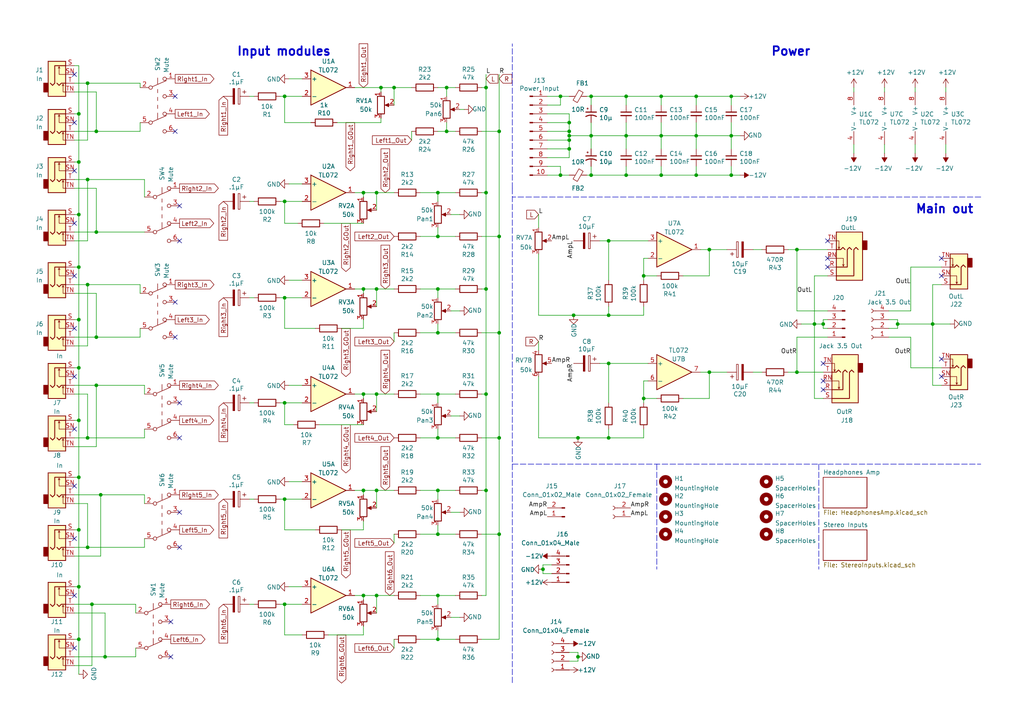
<source format=kicad_sch>
(kicad_sch (version 20211123) (generator eeschema)
  (paper "A4")
  (lib_symbols
    (symbol "Amplifier_Operational:TL072" (pin_names (offset 0.127))
      (property "Reference" "U" (at 0 5.08 0))
      (property "Value" "TL072" (at 0 -5.08 0))
      (symbol "TL072_1_1"
        (pin output line (at 7.62 0 180) (length 2.54) (name "~") (number "1"))
        (pin input line (at -7.62 -2.54 0) (length 2.54) (name "-") (number "2"))
        (pin input line (at -7.62 2.54 0) (length 2.54) (name "+") (number "3"))
      )
      (symbol "TL072_2_1"
        (pin input line (at -7.62 2.54 0) (length 2.54) (name "+") (number "5"))
        (pin input line (at -7.62 -2.54 0) (length 2.54) (name "-") (number "6"))
        (pin output line (at 7.62 0 180) (length 2.54) (name "~") (number "7"))
      )
      (symbol "TL072_3_1"
        (pin power_in line (at -2.54 -7.62 90) (length 3.81) (name "V-") (number "4"))
        (pin power_in line (at -2.54 7.62 270) (length 3.81) (name "V+") (number "8"))
      )
    )
    (symbol "Connector:AudioJack2_Switch"
      (property "Reference" "J" (at 0 11.43 0))
      (property "Value" "AudioJack2_Switch" (at 0 8.89 0))
      (symbol "AudioJack2_Switch_1_1"
        (pin passive line (at 5.08 5.08 180) (length 2.54) (name "~") (number "S"))
        (pin passive line (at 5.08 2.54 180) (length 2.54) (name "~") (number "SN"))
        (pin passive line (at 5.08 0 180) (length 2.54) (name "~") (number "T"))
        (pin passive line (at 5.08 -2.54 180) (length 2.54) (name "~") (number "TN"))
      )
    )
    (symbol "Connector:AudioJack3_SwitchTR"
      (property "Reference" "J" (at 0 8.89 0))
      (property "Value" "AudioJack3_SwitchTR" (at 0 6.35 0))
      (symbol "AudioJack3_SwitchTR_1_1"
        (pin passive line (at 5.08 0 180) (length 2.54) (name "~") (number "R"))
        (pin passive line (at 5.08 -2.54 180) (length 2.54) (name "~") (number "RN"))
        (pin passive line (at 5.08 2.54 180) (length 2.54) (name "~") (number "S"))
        (pin passive line (at 5.08 -5.08 180) (length 2.54) (name "~") (number "T"))
        (pin passive line (at 5.08 -7.62 180) (length 2.54) (name "~") (number "TN"))
      )
    )
    (symbol "Connector:Conn_01x02_Female" (pin_names (offset 1.016) hide)
      (property "Reference" "J" (at 0 2.54 0))
      (property "Value" "Conn_01x02_Female" (at 0 -5.08 0))
      (symbol "Conn_01x02_Female_1_1"
        (pin passive line (at -5.08 0 0) (length 3.81) (name "Pin_1") (number "1"))
        (pin passive line (at -5.08 -2.54 0) (length 3.81) (name "Pin_2") (number "2"))
      )
    )
    (symbol "Connector:Conn_01x02_Male" (pin_names (offset 1.016) hide)
      (property "Reference" "J" (at 0 2.54 0))
      (property "Value" "Conn_01x02_Male" (at 0 -5.08 0))
      (symbol "Conn_01x02_Male_1_1"
        (pin passive line (at 5.08 0 180) (length 3.81) (name "Pin_1") (number "1"))
        (pin passive line (at 5.08 -2.54 180) (length 3.81) (name "Pin_2") (number "2"))
      )
    )
    (symbol "Connector:Conn_01x04_Female" (pin_names (offset 1.016) hide)
      (property "Reference" "J" (at 0 5.08 0))
      (property "Value" "Conn_01x04_Female" (at 0 -7.62 0))
      (symbol "Conn_01x04_Female_1_1"
        (pin passive line (at -5.08 2.54 0) (length 3.81) (name "Pin_1") (number "1"))
        (pin passive line (at -5.08 0 0) (length 3.81) (name "Pin_2") (number "2"))
        (pin passive line (at -5.08 -2.54 0) (length 3.81) (name "Pin_3") (number "3"))
        (pin passive line (at -5.08 -5.08 0) (length 3.81) (name "Pin_4") (number "4"))
      )
    )
    (symbol "Connector:Conn_01x04_Male" (pin_names (offset 1.016) hide)
      (property "Reference" "J" (at 0 5.08 0))
      (property "Value" "Conn_01x04_Male" (at 0 -7.62 0))
      (symbol "Conn_01x04_Male_1_1"
        (pin passive line (at 5.08 2.54 180) (length 3.81) (name "Pin_1") (number "1"))
        (pin passive line (at 5.08 0 180) (length 3.81) (name "Pin_2") (number "2"))
        (pin passive line (at 5.08 -2.54 180) (length 3.81) (name "Pin_3") (number "3"))
        (pin passive line (at 5.08 -5.08 180) (length 3.81) (name "Pin_4") (number "4"))
      )
    )
    (symbol "Connector:Conn_01x10_Male" (pin_names (offset 1.016) hide)
      (property "Reference" "J" (at 0 12.7 0))
      (property "Value" "Conn_01x10_Male" (at 0 -15.24 0))
      (symbol "Conn_01x10_Male_1_1"
        (pin passive line (at 5.08 10.16 180) (length 3.81) (name "Pin_1") (number "1"))
        (pin passive line (at 5.08 -12.7 180) (length 3.81) (name "Pin_10") (number "10"))
        (pin passive line (at 5.08 7.62 180) (length 3.81) (name "Pin_2") (number "2"))
        (pin passive line (at 5.08 5.08 180) (length 3.81) (name "Pin_3") (number "3"))
        (pin passive line (at 5.08 2.54 180) (length 3.81) (name "Pin_4") (number "4"))
        (pin passive line (at 5.08 0 180) (length 3.81) (name "Pin_5") (number "5"))
        (pin passive line (at 5.08 -2.54 180) (length 3.81) (name "Pin_6") (number "6"))
        (pin passive line (at 5.08 -5.08 180) (length 3.81) (name "Pin_7") (number "7"))
        (pin passive line (at 5.08 -7.62 180) (length 3.81) (name "Pin_8") (number "8"))
        (pin passive line (at 5.08 -10.16 180) (length 3.81) (name "Pin_9") (number "9"))
      )
    )
    (symbol "Device:CP" (pin_numbers hide) (pin_names (offset 0.254))
      (property "Reference" "C" (at 0.635 2.54 0))
      (property "Value" "Device_CP" (at 0.635 -2.54 0))
      (symbol "CP_1_1"
        (pin passive line (at 0 3.81 270) (length 2.794) (name "~") (number "1"))
        (pin passive line (at 0 -3.81 90) (length 2.794) (name "~") (number "2"))
      )
    )
    (symbol "Device:CP1_Small" (pin_numbers hide) (pin_names (offset 0.254) hide)
      (property "Reference" "C" (at 0.254 1.778 0))
      (property "Value" "Device_CP1_Small" (at 0.254 -2.032 0))
      (symbol "CP1_Small_1_1"
        (pin passive line (at 0 2.54 270) (length 2.032) (name "~") (number "1"))
        (pin passive line (at 0 -2.54 90) (length 2.032) (name "~") (number "2"))
      )
    )
    (symbol "Device:C_Small" (pin_numbers hide) (pin_names (offset 0.254) hide)
      (property "Reference" "C" (at 0.254 1.778 0))
      (property "Value" "C_Small" (at 0.254 -2.032 0))
      (symbol "C_Small_1_1"
        (pin passive line (at 0 2.54 270) (length 2.032) (name "~") (number "1"))
        (pin passive line (at 0 -2.54 90) (length 2.032) (name "~") (number "2"))
      )
    )
    (symbol "Device:Ferrite_Bead_Small" (pin_numbers hide) (pin_names (offset 0))
      (property "Reference" "FB" (at 1.905 1.27 0))
      (property "Value" "Device_Ferrite_Bead_Small" (at 1.905 -1.27 0))
      (symbol "Ferrite_Bead_Small_1_1"
        (pin passive line (at 0 2.54 270) (length 1.27) (name "~") (number "1"))
        (pin passive line (at 0 -2.54 90) (length 1.27) (name "~") (number "2"))
      )
    )
    (symbol "Device:R" (pin_numbers hide) (pin_names (offset 0))
      (property "Reference" "R" (at 2.032 0 90))
      (property "Value" "R" (at 0 0 90))
      (symbol "R_1_1"
        (pin passive line (at 0 3.81 270) (length 1.27) (name "~") (number "1"))
        (pin passive line (at 0 -3.81 90) (length 1.27) (name "~") (number "2"))
      )
    )
    (symbol "Device:R_POT" (pin_names (offset 1.016) hide)
      (property "Reference" "RV" (at -4.445 0 90))
      (property "Value" "Device_R_POT" (at -2.54 0 90))
      (symbol "R_POT_1_1"
        (pin passive line (at 0 3.81 270) (length 1.27) (name "1") (number "1"))
        (pin passive line (at 3.81 0 180) (length 1.27) (name "2") (number "2"))
        (pin passive line (at 0 -3.81 90) (length 1.27) (name "3") (number "3"))
      )
    )
    (symbol "Device:R_Potentiometer_Dual_Separate" (pin_names (offset 1.016) hide)
      (property "Reference" "RV" (at -4.445 0 90))
      (property "Value" "R_Potentiometer_Dual_Separate" (at -2.54 0 90))
      (symbol "R_Potentiometer_Dual_Separate_1_1"
        (pin passive line (at 0 3.81 270) (length 1.27) (name "1") (number "1"))
        (pin passive line (at 3.81 0 180) (length 1.27) (name "2") (number "2"))
        (pin passive line (at 0 -3.81 90) (length 1.27) (name "3") (number "3"))
      )
      (symbol "R_Potentiometer_Dual_Separate_2_1"
        (pin passive line (at 0 3.81 270) (length 1.27) (name "4") (number "4"))
        (pin passive line (at 3.81 0 180) (length 1.27) (name "5") (number "5"))
        (pin passive line (at 0 -3.81 90) (length 1.27) (name "6") (number "6"))
      )
    )
    (symbol "Mechanical:MountingHole" (pin_names (offset 1.016))
      (property "Reference" "H" (at 0 5.08 0))
      (property "Value" "MountingHole" (at 0 3.175 0))
    )
    (symbol "Switch:SW_Push_DPDT" (pin_names (offset 0) hide)
      (property "Reference" "SW" (at 0 8.89 0))
      (property "Value" "SW_Push_DPDT" (at 0 -10.16 0))
      (symbol "SW_Push_DPDT_1_1"
        (pin passive line (at 5.08 7.62 180) (length 2.54) (name "A") (number "1"))
        (pin passive line (at -5.08 5.08 0) (length 2.54) (name "B") (number "2"))
        (pin passive line (at 5.08 2.54 180) (length 2.54) (name "C") (number "3"))
        (pin passive line (at 5.08 -2.54 180) (length 2.54) (name "A") (number "4"))
        (pin passive line (at -5.08 -5.08 0) (length 2.54) (name "B") (number "5"))
        (pin passive line (at 5.08 -7.62 180) (length 2.54) (name "C") (number "6"))
      )
    )
    (symbol "power:+12V" (power) (pin_names (offset 0))
      (property "Value" "+12V" (at 0 3.556 0))
      (symbol "+12V_1_1"
        (pin power_in line (at 0 0 90) (length 0) hide (name "+12V") (number "1"))
      )
    )
    (symbol "power:-12V" (power) (pin_names (offset 0))
      (property "Value" "-12V" (at 0 3.81 0))
      (symbol "-12V_0_0"
        (pin power_in line (at 0 0 90) (length 0) hide (name "-12V") (number "1"))
      )
    )
    (symbol "power:GND" (power) (pin_names (offset 0))
      (property "Value" "GND" (at 0 -3.81 0))
      (symbol "GND_1_1"
        (pin power_in line (at 0 0 270) (length 0) hide (name "GND") (number "1"))
      )
    )
  )
  (junction (at 144.78 68.58))
  (junction (at 127 68.58))
  (junction (at 205.74 107.95))
  (junction (at 25.4 24.13))
  (junction (at 25.4 127))
  (junction (at 162.56 27.94))
  (junction (at 186.69 115.57))
  (junction (at 127 55.88))
  (junction (at 144.78 96.52))
  (junction (at 29.21 143.51))
  (junction (at 162.56 50.8))
  (junction (at 140.97 25.4))
  (junction (at 181.61 39.37))
  (junction (at 238.76 93.98))
  (junction (at 22.86 170.18))
  (junction (at 127 83.82))
  (junction (at 181.61 50.8))
  (junction (at 167.64 127))
  (junction (at 165.1 35.56))
  (junction (at 212.09 50.8))
  (junction (at 205.74 72.39))
  (junction (at 127 96.52))
  (junction (at 144.78 38.1))
  (junction (at 22.86 138.43))
  (junction (at 270.51 93.98))
  (junction (at 166.37 91.44))
  (junction (at 82.55 86.36))
  (junction (at 260.35 93.98))
  (junction (at 105.41 55.88))
  (junction (at 140.97 55.88))
  (junction (at 231.14 72.39))
  (junction (at 109.22 114.3))
  (junction (at 105.41 172.72))
  (junction (at 27.94 38.1))
  (junction (at 165.1 40.64))
  (junction (at 25.4 158.75))
  (junction (at 82.55 27.94))
  (junction (at 105.41 83.82))
  (junction (at 165.1 43.18))
  (junction (at 82.55 58.42))
  (junction (at 181.61 27.94))
  (junction (at 127 127))
  (junction (at 25.4 52.07))
  (junction (at 127 172.72))
  (junction (at 127 154.94))
  (junction (at 236.22 93.98))
  (junction (at 191.77 50.8))
  (junction (at 157.48 165.1))
  (junction (at 212.09 27.94))
  (junction (at 201.93 50.8))
  (junction (at 176.53 127))
  (junction (at 114.3 25.4))
  (junction (at 22.86 153.67))
  (junction (at 140.97 83.82))
  (junction (at 127 114.3))
  (junction (at 140.97 114.3))
  (junction (at 191.77 27.94))
  (junction (at 105.41 142.24))
  (junction (at 109.22 55.88))
  (junction (at 191.77 39.37))
  (junction (at 82.55 116.84))
  (junction (at 171.45 39.37))
  (junction (at 129.54 38.1))
  (junction (at 22.86 92.71))
  (junction (at 144.78 154.94))
  (junction (at 109.22 83.82))
  (junction (at 165.1 38.1))
  (junction (at 26.67 175.26))
  (junction (at 127 185.42))
  (junction (at 82.55 144.78))
  (junction (at 212.09 39.37))
  (junction (at 30.48 190.5))
  (junction (at 27.94 67.31))
  (junction (at 22.86 77.47))
  (junction (at 105.41 114.3))
  (junction (at 176.53 69.85))
  (junction (at 176.53 91.44))
  (junction (at 171.45 27.94))
  (junction (at 27.94 97.79))
  (junction (at 201.93 39.37))
  (junction (at 25.4 82.55))
  (junction (at 110.49 25.4))
  (junction (at 82.55 175.26))
  (junction (at 127 142.24))
  (junction (at 22.86 106.68))
  (junction (at 22.86 33.02))
  (junction (at 201.93 27.94))
  (junction (at 176.53 105.41))
  (junction (at 231.14 107.95))
  (junction (at 171.45 50.8))
  (junction (at 186.69 80.01))
  (junction (at 27.94 111.76))
  (junction (at 109.22 172.72))
  (junction (at 144.78 127))
  (junction (at 129.54 25.4))
  (junction (at 167.64 190.5))
  (junction (at 22.86 121.92))
  (junction (at 140.97 142.24))
  (junction (at 22.86 46.99))
  (junction (at 109.22 142.24))
  (junction (at 22.86 62.23))
  (junction (at 22.86 185.42))
  (junction (at 165.1 39.37))
  (no_connect (at 50.8 27.94))
  (no_connect (at 21.59 21.59))
  (no_connect (at 238.76 105.41))
  (no_connect (at 21.59 109.22))
  (no_connect (at 52.07 116.84))
  (no_connect (at 240.03 69.85))
  (no_connect (at 240.03 77.47))
  (no_connect (at 240.03 74.93))
  (no_connect (at 49.53 180.34))
  (no_connect (at 21.59 124.46))
  (no_connect (at 21.59 95.25))
  (no_connect (at 21.59 64.77))
  (no_connect (at 50.8 97.79))
  (no_connect (at 238.76 113.03))
  (no_connect (at 52.07 59.69))
  (no_connect (at 238.76 110.49))
  (no_connect (at 273.05 80.01))
  (no_connect (at 52.07 127))
  (no_connect (at 21.59 35.56))
  (no_connect (at 21.59 172.72))
  (no_connect (at 52.07 69.85))
  (no_connect (at 50.8 87.63))
  (no_connect (at 49.53 190.5))
  (no_connect (at 21.59 187.96))
  (no_connect (at 52.07 158.75))
  (no_connect (at 21.59 156.21))
  (no_connect (at 273.05 104.14))
  (no_connect (at 21.59 49.53))
  (no_connect (at 50.8 38.1))
  (no_connect (at 21.59 140.97))
  (no_connect (at 52.07 148.59))
  (no_connect (at 21.59 80.01))
  (no_connect (at 273.05 109.22))
  (no_connect (at 273.05 74.93))
  (wire (pts (xy 109.22 83.82) (xy 114.3 83.82)))
  (wire (pts (xy 81.28 175.26) (xy 82.55 175.26)))
  (wire (pts (xy 140.97 83.82) (xy 140.97 114.3)))
  (wire (pts (xy 181.61 48.26) (xy 181.61 50.8)))
  (wire (pts (xy 157.48 165.1) (xy 157.48 163.83)))
  (wire (pts (xy 21.59 46.99) (xy 22.86 46.99)))
  (wire (pts (xy 129.54 25.4) (xy 129.54 27.94)))
  (wire (pts (xy 109.22 55.88) (xy 114.3 55.88)))
  (wire (pts (xy 171.45 39.37) (xy 181.61 39.37)))
  (wire (pts (xy 156.21 127) (xy 156.21 109.22)))
  (wire (pts (xy 156.21 99.06) (xy 156.21 101.6)))
  (wire (pts (xy 139.7 68.58) (xy 144.78 68.58)))
  (wire (pts (xy 121.92 185.42) (xy 127 185.42)))
  (wire (pts (xy 176.53 91.44) (xy 166.37 91.44)))
  (wire (pts (xy 240.03 92.71) (xy 238.76 92.71)))
  (wire (pts (xy 201.93 27.94) (xy 191.77 27.94)))
  (wire (pts (xy 228.6 72.39) (xy 231.14 72.39)))
  (wire (pts (xy 191.77 39.37) (xy 201.93 39.37)))
  (wire (pts (xy 236.22 80.01) (xy 236.22 93.98)))
  (wire (pts (xy 166.37 91.44) (xy 156.21 91.44)))
  (wire (pts (xy 165.1 45.72) (xy 165.1 43.18)))
  (wire (pts (xy 105.41 83.82) (xy 109.22 83.82)))
  (wire (pts (xy 181.61 27.94) (xy 181.61 30.48)))
  (wire (pts (xy 127 68.58) (xy 132.08 68.58)))
  (wire (pts (xy 127 142.24) (xy 132.08 142.24)))
  (wire (pts (xy 140.97 55.88) (xy 140.97 83.82)))
  (wire (pts (xy 127 83.82) (xy 132.08 83.82)))
  (wire (pts (xy 109.22 88.9) (xy 109.22 83.82)))
  (wire (pts (xy 83.82 22.86) (xy 87.63 22.86)))
  (wire (pts (xy 22.86 62.23) (xy 21.59 62.23)))
  (wire (pts (xy 21.59 52.07) (xy 25.4 52.07)))
  (wire (pts (xy 105.41 142.24) (xy 109.22 142.24)))
  (wire (pts (xy 238.76 95.25) (xy 240.03 95.25)))
  (wire (pts (xy 25.4 52.07) (xy 41.91 52.07)))
  (wire (pts (xy 22.86 19.05) (xy 22.86 33.02)))
  (wire (pts (xy 167.64 190.5) (xy 167.64 191.77)))
  (wire (pts (xy 205.74 80.01) (xy 198.12 80.01)))
  (wire (pts (xy 176.53 105.41) (xy 187.96 105.41)))
  (wire (pts (xy 25.4 24.13) (xy 25.4 40.64)))
  (wire (pts (xy 232.41 93.98) (xy 236.22 93.98)))
  (wire (pts (xy 21.59 138.43) (xy 22.86 138.43)))
  (wire (pts (xy 270.51 93.98) (xy 275.59 93.98)))
  (wire (pts (xy 127 127) (xy 132.08 127)))
  (wire (pts (xy 238.76 93.98) (xy 238.76 95.25)))
  (wire (pts (xy 181.61 50.8) (xy 191.77 50.8)))
  (wire (pts (xy 144.78 127) (xy 144.78 154.94)))
  (wire (pts (xy 110.49 25.4) (xy 110.49 26.67)))
  (wire (pts (xy 140.97 25.4) (xy 140.97 55.88)))
  (wire (pts (xy 139.7 142.24) (xy 140.97 142.24)))
  (wire (pts (xy 27.94 85.09) (xy 27.94 97.79)))
  (wire (pts (xy 25.4 127) (xy 41.91 127)))
  (wire (pts (xy 21.59 111.76) (xy 27.94 111.76)))
  (wire (pts (xy 105.41 172.72) (xy 105.41 173.99)))
  (wire (pts (xy 29.21 161.29) (xy 29.21 143.51)))
  (wire (pts (xy 157.48 163.83) (xy 160.02 163.83)))
  (wire (pts (xy 82.55 35.56) (xy 90.17 35.56)))
  (wire (pts (xy 87.63 144.78) (xy 82.55 144.78)))
  (wire (pts (xy 176.53 91.44) (xy 186.69 91.44)))
  (wire (pts (xy 40.64 35.56) (xy 40.64 38.1)))
  (wire (pts (xy 260.35 93.98) (xy 270.51 93.98)))
  (wire (pts (xy 25.4 146.05) (xy 25.4 158.75)))
  (wire (pts (xy 105.41 55.88) (xy 109.22 55.88)))
  (wire (pts (xy 82.55 35.56) (xy 82.55 27.94)))
  (wire (pts (xy 191.77 50.8) (xy 201.93 50.8)))
  (polyline (pts (xy 284.48 57.15) (xy 148.59 57.15)))
  (wire (pts (xy 176.53 124.46) (xy 176.53 127)))
  (wire (pts (xy 119.38 40.64) (xy 119.38 38.1)))
  (wire (pts (xy 273.05 82.55) (xy 270.51 82.55)))
  (wire (pts (xy 158.75 30.48) (xy 162.56 30.48)))
  (wire (pts (xy 139.7 127) (xy 144.78 127)))
  (wire (pts (xy 176.53 127) (xy 186.69 127)))
  (wire (pts (xy 127 83.82) (xy 127 86.36)))
  (wire (pts (xy 27.94 54.61) (xy 27.94 67.31)))
  (wire (pts (xy 265.43 25.4) (xy 265.43 26.67)))
  (wire (pts (xy 231.14 107.95) (xy 238.76 107.95)))
  (wire (pts (xy 22.86 153.67) (xy 22.86 170.18)))
  (wire (pts (xy 22.86 121.92) (xy 22.86 138.43)))
  (wire (pts (xy 162.56 30.48) (xy 162.56 27.94)))
  (wire (pts (xy 82.55 64.77) (xy 82.55 58.42)))
  (wire (pts (xy 165.1 43.18) (xy 165.1 40.64)))
  (wire (pts (xy 257.81 90.17) (xy 264.16 90.17)))
  (wire (pts (xy 127 182.88) (xy 127 185.42)))
  (wire (pts (xy 22.86 77.47) (xy 22.86 92.71)))
  (wire (pts (xy 82.55 64.77) (xy 86.36 64.77)))
  (wire (pts (xy 109.22 60.96) (xy 109.22 55.88)))
  (wire (pts (xy 121.92 96.52) (xy 127 96.52)))
  (wire (pts (xy 21.59 143.51) (xy 29.21 143.51)))
  (wire (pts (xy 257.81 95.25) (xy 260.35 95.25)))
  (wire (pts (xy 158.75 40.64) (xy 165.1 40.64)))
  (wire (pts (xy 21.59 129.54) (xy 27.94 129.54)))
  (polyline (pts (xy 148.59 54.61) (xy 148.59 198.12)))
  (wire (pts (xy 170.18 27.94) (xy 171.45 27.94)))
  (wire (pts (xy 25.4 24.13) (xy 40.64 24.13)))
  (wire (pts (xy 127 55.88) (xy 127 58.42)))
  (wire (pts (xy 139.7 55.88) (xy 140.97 55.88)))
  (wire (pts (xy 121.92 142.24) (xy 127 142.24)))
  (wire (pts (xy 218.44 72.39) (xy 220.98 72.39)))
  (wire (pts (xy 181.61 39.37) (xy 191.77 39.37)))
  (wire (pts (xy 205.74 107.95) (xy 210.82 107.95)))
  (wire (pts (xy 274.32 25.4) (xy 274.32 26.67)))
  (wire (pts (xy 21.59 190.5) (xy 30.48 190.5)))
  (wire (pts (xy 273.05 106.68) (xy 264.16 106.68)))
  (wire (pts (xy 22.86 62.23) (xy 22.86 77.47)))
  (wire (pts (xy 167.64 190.5) (xy 167.64 189.23)))
  (wire (pts (xy 21.59 161.29) (xy 29.21 161.29)))
  (wire (pts (xy 171.45 50.8) (xy 181.61 50.8)))
  (wire (pts (xy 171.45 48.26) (xy 171.45 50.8)))
  (wire (pts (xy 130.81 90.17) (xy 133.35 90.17)))
  (wire (pts (xy 127 172.72) (xy 132.08 172.72)))
  (wire (pts (xy 134.62 31.75) (xy 133.35 31.75)))
  (wire (pts (xy 121.92 154.94) (xy 127 154.94)))
  (wire (pts (xy 270.51 93.98) (xy 270.51 111.76)))
  (wire (pts (xy 72.39 175.26) (xy 73.66 175.26)))
  (wire (pts (xy 265.43 41.91) (xy 265.43 44.45)))
  (wire (pts (xy 191.77 35.56) (xy 191.77 39.37)))
  (wire (pts (xy 110.49 25.4) (xy 114.3 25.4)))
  (wire (pts (xy 30.48 177.8) (xy 30.48 190.5)))
  (wire (pts (xy 176.53 88.9) (xy 176.53 91.44)))
  (wire (pts (xy 21.59 24.13) (xy 25.4 24.13)))
  (wire (pts (xy 139.7 185.42) (xy 144.78 185.42)))
  (wire (pts (xy 236.22 115.57) (xy 238.76 115.57)))
  (wire (pts (xy 240.03 80.01) (xy 236.22 80.01)))
  (wire (pts (xy 158.75 33.02) (xy 165.1 33.02)))
  (wire (pts (xy 127 93.98) (xy 127 96.52)))
  (wire (pts (xy 87.63 116.84) (xy 82.55 116.84)))
  (wire (pts (xy 105.41 83.82) (xy 105.41 85.09)))
  (wire (pts (xy 40.64 38.1) (xy 27.94 38.1)))
  (wire (pts (xy 167.64 189.23) (xy 165.1 189.23)))
  (wire (pts (xy 110.49 35.56) (xy 110.49 34.29)))
  (wire (pts (xy 40.64 95.25) (xy 40.64 97.79)))
  (wire (pts (xy 21.59 177.8) (xy 30.48 177.8)))
  (wire (pts (xy 203.2 107.95) (xy 205.74 107.95)))
  (wire (pts (xy 87.63 86.36) (xy 82.55 86.36)))
  (wire (pts (xy 171.45 30.48) (xy 171.45 27.94)))
  (wire (pts (xy 82.55 153.67) (xy 82.55 144.78)))
  (wire (pts (xy 109.22 147.32) (xy 109.22 142.24)))
  (wire (pts (xy 127 114.3) (xy 127 116.84)))
  (wire (pts (xy 21.59 82.55) (xy 25.4 82.55)))
  (wire (pts (xy 171.45 39.37) (xy 171.45 43.18)))
  (wire (pts (xy 127 96.52) (xy 132.08 96.52)))
  (wire (pts (xy 22.86 92.71) (xy 21.59 92.71)))
  (wire (pts (xy 83.82 139.7) (xy 87.63 139.7)))
  (wire (pts (xy 212.09 50.8) (xy 214.63 50.8)))
  (wire (pts (xy 105.41 142.24) (xy 105.41 143.51)))
  (wire (pts (xy 105.41 95.25) (xy 99.06 95.25)))
  (wire (pts (xy 81.28 86.36) (xy 82.55 86.36)))
  (wire (pts (xy 22.86 33.02) (xy 22.86 46.99)))
  (wire (pts (xy 102.87 114.3) (xy 105.41 114.3)))
  (wire (pts (xy 109.22 114.3) (xy 114.3 114.3)))
  (wire (pts (xy 176.53 105.41) (xy 176.53 116.84)))
  (wire (pts (xy 158.75 43.18) (xy 165.1 43.18)))
  (wire (pts (xy 165.1 39.37) (xy 171.45 39.37)))
  (wire (pts (xy 201.93 35.56) (xy 201.93 39.37)))
  (wire (pts (xy 105.41 64.77) (xy 93.98 64.77)))
  (wire (pts (xy 205.74 72.39) (xy 205.74 80.01)))
  (wire (pts (xy 21.59 67.31) (xy 27.94 67.31)))
  (wire (pts (xy 82.55 123.19) (xy 82.55 116.84)))
  (wire (pts (xy 257.81 92.71) (xy 260.35 92.71)))
  (wire (pts (xy 158.75 27.94) (xy 162.56 27.94)))
  (wire (pts (xy 97.79 35.56) (xy 110.49 35.56)))
  (wire (pts (xy 156.21 91.44) (xy 156.21 73.66)))
  (wire (pts (xy 270.51 82.55) (xy 270.51 93.98)))
  (wire (pts (xy 238.76 92.71) (xy 238.76 93.98)))
  (wire (pts (xy 127 185.42) (xy 132.08 185.42)))
  (wire (pts (xy 127 38.1) (xy 129.54 38.1)))
  (wire (pts (xy 240.03 90.17) (xy 231.14 90.17)))
  (wire (pts (xy 121.92 55.88) (xy 127 55.88)))
  (wire (pts (xy 156.21 62.23) (xy 156.21 66.04)))
  (wire (pts (xy 205.74 107.95) (xy 205.74 115.57)))
  (wire (pts (xy 176.53 69.85) (xy 187.96 69.85)))
  (wire (pts (xy 81.28 27.94) (xy 82.55 27.94)))
  (wire (pts (xy 139.7 25.4) (xy 140.97 25.4)))
  (wire (pts (xy 127 114.3) (xy 132.08 114.3)))
  (wire (pts (xy 105.41 181.61) (xy 105.41 184.15)))
  (wire (pts (xy 144.78 96.52) (xy 144.78 127)))
  (wire (pts (xy 91.44 153.67) (xy 82.55 153.67)))
  (wire (pts (xy 139.7 38.1) (xy 144.78 38.1)))
  (wire (pts (xy 274.32 41.91) (xy 274.32 44.45)))
  (wire (pts (xy 114.3 157.48) (xy 114.3 154.94)))
  (wire (pts (xy 21.59 19.05) (xy 22.86 19.05)))
  (wire (pts (xy 22.86 185.42) (xy 21.59 185.42)))
  (wire (pts (xy 39.37 190.5) (xy 39.37 187.96)))
  (wire (pts (xy 83.82 170.18) (xy 87.63 170.18)))
  (wire (pts (xy 144.78 38.1) (xy 144.78 68.58)))
  (wire (pts (xy 27.94 97.79) (xy 40.64 97.79)))
  (wire (pts (xy 102.87 55.88) (xy 105.41 55.88)))
  (wire (pts (xy 127 172.72) (xy 127 175.26)))
  (wire (pts (xy 22.86 92.71) (xy 22.86 106.68)))
  (wire (pts (xy 85.09 123.19) (xy 82.55 123.19)))
  (wire (pts (xy 144.78 68.58) (xy 144.78 96.52)))
  (wire (pts (xy 190.5 80.01) (xy 186.69 80.01)))
  (wire (pts (xy 176.53 127) (xy 167.64 127)))
  (wire (pts (xy 176.53 69.85) (xy 176.53 81.28)))
  (wire (pts (xy 81.28 144.78) (xy 82.55 144.78)))
  (wire (pts (xy 109.22 172.72) (xy 114.3 172.72)))
  (wire (pts (xy 165.1 38.1) (xy 158.75 38.1)))
  (wire (pts (xy 129.54 25.4) (xy 132.08 25.4)))
  (wire (pts (xy 82.55 184.15) (xy 82.55 175.26)))
  (wire (pts (xy 72.39 144.78) (xy 73.66 144.78)))
  (wire (pts (xy 109.22 119.38) (xy 109.22 114.3)))
  (polyline (pts (xy 148.59 134.62) (xy 284.48 134.62)))
  (wire (pts (xy 102.87 25.4) (xy 110.49 25.4)))
  (wire (pts (xy 165.1 39.37) (xy 165.1 38.1)))
  (wire (pts (xy 139.7 114.3) (xy 140.97 114.3)))
  (wire (pts (xy 201.93 27.94) (xy 201.93 30.48)))
  (wire (pts (xy 21.59 38.1) (xy 27.94 38.1)))
  (wire (pts (xy 201.93 48.26) (xy 201.93 50.8)))
  (wire (pts (xy 40.64 85.09) (xy 40.64 82.55)))
  (wire (pts (xy 129.54 35.56) (xy 129.54 38.1)))
  (wire (pts (xy 201.93 27.94) (xy 212.09 27.94)))
  (wire (pts (xy 264.16 77.47) (xy 273.05 77.47)))
  (wire (pts (xy 21.59 114.3) (xy 25.4 114.3)))
  (wire (pts (xy 162.56 48.26) (xy 162.56 50.8)))
  (wire (pts (xy 205.74 72.39) (xy 210.82 72.39)))
  (wire (pts (xy 144.78 21.59) (xy 144.78 38.1)))
  (wire (pts (xy 231.14 72.39) (xy 231.14 90.17)))
  (wire (pts (xy 21.59 158.75) (xy 25.4 158.75)))
  (wire (pts (xy 240.03 97.79) (xy 231.14 97.79)))
  (wire (pts (xy 264.16 97.79) (xy 257.81 97.79)))
  (wire (pts (xy 139.7 154.94) (xy 144.78 154.94)))
  (wire (pts (xy 236.22 93.98) (xy 236.22 115.57)))
  (wire (pts (xy 105.41 55.88) (xy 105.41 57.15)))
  (wire (pts (xy 212.09 35.56) (xy 212.09 39.37)))
  (wire (pts (xy 236.22 93.98) (xy 238.76 93.98)))
  (polyline (pts (xy 237.49 134.62) (xy 237.49 165.1)))
  (wire (pts (xy 158.75 48.26) (xy 162.56 48.26)))
  (wire (pts (xy 127 66.04) (xy 127 68.58)))
  (wire (pts (xy 162.56 27.94) (xy 165.1 27.94)))
  (wire (pts (xy 171.45 27.94) (xy 181.61 27.94)))
  (wire (pts (xy 127 124.46) (xy 127 127)))
  (wire (pts (xy 22.86 46.99) (xy 22.86 62.23)))
  (wire (pts (xy 205.74 115.57) (xy 198.12 115.57)))
  (wire (pts (xy 231.14 72.39) (xy 240.03 72.39)))
  (wire (pts (xy 158.75 50.8) (xy 162.56 50.8)))
  (wire (pts (xy 21.59 26.67) (xy 27.94 26.67)))
  (wire (pts (xy 29.21 143.51) (xy 41.91 143.51)))
  (wire (pts (xy 22.86 33.02) (xy 21.59 33.02)))
  (wire (pts (xy 190.5 115.57) (xy 186.69 115.57)))
  (wire (pts (xy 105.41 114.3) (xy 105.41 115.57)))
  (wire (pts (xy 27.94 26.67) (xy 27.94 38.1)))
  (wire (pts (xy 167.64 127) (xy 156.21 127)))
  (wire (pts (xy 203.2 72.39) (xy 205.74 72.39)))
  (wire (pts (xy 121.92 114.3) (xy 127 114.3)))
  (wire (pts (xy 72.39 116.84) (xy 73.66 116.84)))
  (wire (pts (xy 171.45 35.56) (xy 171.45 39.37)))
  (wire (pts (xy 127 142.24) (xy 127 144.78)))
  (wire (pts (xy 22.86 138.43) (xy 22.86 153.67)))
  (wire (pts (xy 114.3 187.96) (xy 114.3 185.42)))
  (wire (pts (xy 114.3 99.06) (xy 114.3 96.52)))
  (wire (pts (xy 102.87 83.82) (xy 105.41 83.82)))
  (wire (pts (xy 109.22 177.8) (xy 109.22 172.72)))
  (wire (pts (xy 186.69 80.01) (xy 186.69 81.28)))
  (wire (pts (xy 173.99 105.41) (xy 176.53 105.41)))
  (wire (pts (xy 181.61 27.94) (xy 191.77 27.94)))
  (polyline (pts (xy 190.5 134.62) (xy 190.5 165.1)))
  (wire (pts (xy 102.87 172.72) (xy 105.41 172.72)))
  (wire (pts (xy 212.09 27.94) (xy 212.09 30.48)))
  (wire (pts (xy 21.59 54.61) (xy 27.94 54.61)))
  (wire (pts (xy 186.69 124.46) (xy 186.69 127)))
  (wire (pts (xy 21.59 85.09) (xy 27.94 85.09)))
  (wire (pts (xy 41.91 158.75) (xy 41.91 156.21)))
  (wire (pts (xy 109.22 142.24) (xy 114.3 142.24)))
  (wire (pts (xy 127 55.88) (xy 132.08 55.88)))
  (wire (pts (xy 83.82 81.28) (xy 87.63 81.28)))
  (wire (pts (xy 22.86 106.68) (xy 22.86 121.92)))
  (wire (pts (xy 264.16 106.68) (xy 264.16 97.79)))
  (wire (pts (xy 165.1 40.64) (xy 165.1 39.37)))
  (wire (pts (xy 127 152.4) (xy 127 154.94)))
  (wire (pts (xy 228.6 107.95) (xy 231.14 107.95)))
  (wire (pts (xy 218.44 107.95) (xy 220.98 107.95)))
  (wire (pts (xy 140.97 21.59) (xy 140.97 25.4)))
  (wire (pts (xy 186.69 115.57) (xy 186.69 110.49)))
  (wire (pts (xy 130.81 120.65) (xy 133.35 120.65)))
  (wire (pts (xy 260.35 93.98) (xy 260.35 95.25)))
  (wire (pts (xy 181.61 39.37) (xy 181.61 43.18)))
  (wire (pts (xy 130.81 148.59) (xy 133.35 148.59)))
  (wire (pts (xy 105.41 172.72) (xy 109.22 172.72)))
  (wire (pts (xy 25.4 69.85) (xy 25.4 52.07)))
  (wire (pts (xy 21.59 100.33) (xy 25.4 100.33)))
  (wire (pts (xy 264.16 90.17) (xy 264.16 77.47)))
  (wire (pts (xy 27.94 129.54) (xy 27.94 111.76)))
  (wire (pts (xy 121.92 83.82) (xy 127 83.82)))
  (wire (pts (xy 186.69 74.93) (xy 187.96 74.93)))
  (wire (pts (xy 27.94 67.31) (xy 41.91 67.31)))
  (wire (pts (xy 158.75 45.72) (xy 165.1 45.72)))
  (wire (pts (xy 191.77 27.94) (xy 191.77 30.48)))
  (wire (pts (xy 105.41 92.71) (xy 105.41 95.25)))
  (wire (pts (xy 87.63 184.15) (xy 82.55 184.15)))
  (wire (pts (xy 41.91 146.05) (xy 41.91 143.51)))
  (wire (pts (xy 256.54 25.4) (xy 256.54 26.67)))
  (wire (pts (xy 21.59 77.47) (xy 22.86 77.47)))
  (wire (pts (xy 140.97 142.24) (xy 140.97 172.72)))
  (wire (pts (xy 102.87 142.24) (xy 105.41 142.24)))
  (wire (pts (xy 139.7 96.52) (xy 144.78 96.52)))
  (wire (pts (xy 157.48 166.37) (xy 160.02 166.37)))
  (wire (pts (xy 25.4 82.55) (xy 40.64 82.55)))
  (wire (pts (xy 212.09 27.94) (xy 214.63 27.94)))
  (wire (pts (xy 25.4 158.75) (xy 41.91 158.75)))
  (wire (pts (xy 21.59 69.85) (xy 25.4 69.85)))
  (wire (pts (xy 22.86 153.67) (xy 21.59 153.67)))
  (wire (pts (xy 247.65 25.4) (xy 247.65 26.67)))
  (wire (pts (xy 139.7 83.82) (xy 140.97 83.82)))
  (wire (pts (xy 158.75 35.56) (xy 165.1 35.56)))
  (wire (pts (xy 21.59 106.68) (xy 22.86 106.68)))
  (wire (pts (xy 273.05 111.76) (xy 270.51 111.76)))
  (wire (pts (xy 121.92 127) (xy 127 127)))
  (wire (pts (xy 21.59 40.64) (xy 25.4 40.64)))
  (wire (pts (xy 130.81 62.23) (xy 133.35 62.23)))
  (wire (pts (xy 186.69 80.01) (xy 186.69 74.93)))
  (wire (pts (xy 162.56 50.8) (xy 165.1 50.8)))
  (wire (pts (xy 41.91 114.3) (xy 41.91 111.76)))
  (wire (pts (xy 191.77 39.37) (xy 191.77 43.18)))
  (wire (pts (xy 130.81 179.07) (xy 133.35 179.07)))
  (wire (pts (xy 21.59 97.79) (xy 27.94 97.79)))
  (wire (pts (xy 186.69 110.49) (xy 187.96 110.49)))
  (wire (pts (xy 81.28 116.84) (xy 82.55 116.84)))
  (wire (pts (xy 26.67 175.26) (xy 39.37 175.26)))
  (wire (pts (xy 139.7 172.72) (xy 140.97 172.72)))
  (wire (pts (xy 114.3 30.48) (xy 114.3 25.4)))
  (wire (pts (xy 127 25.4) (xy 129.54 25.4)))
  (wire (pts (xy 26.67 193.04) (xy 26.67 175.26)))
  (wire (pts (xy 260.35 92.71) (xy 260.35 93.98)))
  (wire (pts (xy 127 154.94) (xy 132.08 154.94)))
  (wire (pts (xy 157.48 165.1) (xy 157.48 166.37)))
  (wire (pts (xy 231.14 97.79) (xy 231.14 107.95)))
  (wire (pts (xy 247.65 41.91) (xy 247.65 44.45)))
  (wire (pts (xy 201.93 50.8) (xy 212.09 50.8)))
  (wire (pts (xy 22.86 121.92) (xy 21.59 121.92)))
  (wire (pts (xy 22.86 170.18) (xy 22.86 185.42)))
  (wire (pts (xy 144.78 154.94) (xy 144.78 185.42)))
  (wire (pts (xy 165.1 33.02) (xy 165.1 35.56)))
  (wire (pts (xy 212.09 39.37) (xy 212.09 43.18)))
  (wire (pts (xy 121.92 68.58) (xy 127 68.58)))
  (wire (pts (xy 140.97 114.3) (xy 140.97 142.24)))
  (wire (pts (xy 212.09 48.26) (xy 212.09 50.8)))
  (wire (pts (xy 83.82 53.34) (xy 87.63 53.34)))
  (wire (pts (xy 72.39 86.36) (xy 73.66 86.36)))
  (wire (pts (xy 22.86 185.42) (xy 22.86 195.58)))
  (wire (pts (xy 27.94 111.76) (xy 41.91 111.76)))
  (wire (pts (xy 39.37 175.26) (xy 39.37 177.8)))
  (wire (pts (xy 30.48 190.5) (xy 39.37 190.5)))
  (wire (pts (xy 82.55 95.25) (xy 82.55 86.36)))
  (wire (pts (xy 25.4 100.33) (xy 25.4 82.55)))
  (wire (pts (xy 201.93 39.37) (xy 212.09 39.37)))
  (wire (pts (xy 91.44 95.25) (xy 82.55 95.25)))
  (wire (pts (xy 87.63 58.42) (xy 82.55 58.42)))
  (wire (pts (xy 129.54 38.1) (xy 132.08 38.1)))
  (wire (pts (xy 21.59 175.26) (xy 26.67 175.26)))
  (wire (pts (xy 21.59 193.04) (xy 26.67 193.04)))
  (wire (pts (xy 256.54 41.91) (xy 256.54 44.45)))
  (wire (pts (xy 105.41 184.15) (xy 95.25 184.15)))
  (wire (pts (xy 41.91 127) (xy 41.91 124.46)))
  (wire (pts (xy 72.39 27.94) (xy 73.66 27.94)))
  (wire (pts (xy 121.92 172.72) (xy 127 172.72)))
  (wire (pts (xy 105.41 114.3) (xy 109.22 114.3)))
  (wire (pts (xy 41.91 52.07) (xy 41.91 57.15)))
  (wire (pts (xy 201.93 39.37) (xy 201.93 43.18)))
  (wire (pts (xy 87.63 175.26) (xy 82.55 175.26)))
  (wire (pts (xy 72.39 58.42) (xy 73.66 58.42)))
  (wire (pts (xy 105.41 153.67) (xy 99.06 153.67)))
  (wire (pts (xy 21.59 146.05) (xy 25.4 146.05)))
  (polyline (pts (xy 148.59 54.61) (xy 148.59 12.7)))
  (wire (pts (xy 25.4 114.3) (xy 25.4 127)))
  (wire (pts (xy 173.99 69.85) (xy 176.53 69.85)))
  (wire (pts (xy 170.18 50.8) (xy 171.45 50.8)))
  (wire (pts (xy 212.09 39.37) (xy 214.63 39.37)))
  (wire (pts (xy 105.41 151.13) (xy 105.41 153.67)))
  (wire (pts (xy 181.61 35.56) (xy 181.61 39.37)))
  (wire (pts (xy 114.3 25.4) (xy 119.38 25.4)))
  (wire (pts (xy 81.28 58.42) (xy 82.55 58.42)))
  (wire (pts (xy 186.69 115.57) (xy 186.69 116.84)))
  (wire (pts (xy 186.69 88.9) (xy 186.69 91.44)))
  (wire (pts (xy 105.41 123.19) (xy 92.71 123.19)))
  (wire (pts (xy 167.64 191.77) (xy 165.1 191.77)))
  (wire (pts (xy 191.77 48.26) (xy 191.77 50.8)))
  (wire (pts (xy 21.59 170.18) (xy 22.86 170.18)))
  (wire (pts (xy 83.82 111.76) (xy 87.63 111.76)))
  (wire (pts (xy 165.1 35.56) (xy 165.1 38.1)))
  (wire (pts (xy 87.63 27.94) (xy 82.55 27.94)))
  (wire (pts (xy 40.64 24.13) (xy 40.64 25.4)))
  (wire (pts (xy 21.59 127) (xy 25.4 127)))
  (text "Input modules" (at 68.58 16.51 0) (effects (font (size 2.5 2.5) (thickness 0.5) bold) (justify left bottom)))
  (text "Power" (at 223.52 16.51 0) (effects (font (size 2.5 2.5) (thickness 0.5) bold) (justify left bottom)))
  (text "Main out" (at 265.43 62.23 0) (effects (font (size 2.5 2.5) (thickness 0.5) bold) (justify left bottom)))
  (label "AmpR" (at 160.02 105.41 0))
  (label "AmpR" (at 158.75 147.32 180))
  (label "AmpR" (at 182.88 147.32 0))
  (label "AmpL" (at 182.88 149.86 0))
  (label "L" (at 156.21 62.23 0))
  (label "OutL" (at 231.14 85.09 0))
  (label "L" (at 140.97 21.59 0))
  (label "R" (at 156.21 99.06 0))
  (label "AmpL" (at 160.02 69.85 0))
  (label "AmpR" (at 166.37 105.41 270))
  (label "OutL" (at 264.16 82.55 180))
  (label "R" (at 144.78 21.59 0))
  (label "OutR" (at 264.16 102.87 180))
  (label "OutR" (at 231.14 102.87 180))
  (label "AmpL" (at 158.75 149.86 180))
  (label "AmpL" (at 166.37 69.85 270))
  (global_label "Right4_Out" (shape input) (at 111.76 114.3 90) (property "Intersheet References" "${INTERSHEET_REFS}" (effects hide)))
  (global_label "Right1_In" (shape input) (at 64.77 27.94 270) (property "Intersheet References" "${INTERSHEET_REFS}" (effects hide)))
  (global_label "L" (shape input) (at 140.97 22.86 0) (property "Intersheet References" "${INTERSHEET_REFS}" (effects hide)))
  (global_label "Left6_Out" (shape input) (at 114.3 187.96 180) (property "Intersheet References" "${INTERSHEET_REFS}" (effects hide)))
  (global_label "Right5_In" (shape output) (at 52.07 143.51 0) (property "Intersheet References" "${INTERSHEET_REFS}" (effects hide)))
  (global_label "Left3_Out" (shape input) (at 114.3 99.06 180) (property "Intersheet References" "${INTERSHEET_REFS}" (effects hide)))
  (global_label "Left4_Out" (shape input) (at 114.3 127 180) (property "Intersheet References" "${INTERSHEET_REFS}" (effects hide)))
  (global_label "Right2_Out" (shape input) (at 111.76 55.88 90) (property "Intersheet References" "${INTERSHEET_REFS}" (effects hide)))
  (global_label "Left5_Out" (shape input) (at 114.3 157.48 180) (property "Intersheet References" "${INTERSHEET_REFS}" (effects hide)))
  (global_label "Left1_In" (shape output) (at 50.8 33.02 0) (property "Intersheet References" "${INTERSHEET_REFS}" (effects hide)))
  (global_label "Right4_In" (shape output) (at 52.07 111.76 0) (property "Intersheet References" "${INTERSHEET_REFS}" (effects hide)))
  (global_label "Right1_Out" (shape input) (at 105.41 25.4 90) (property "Intersheet References" "${INTERSHEET_REFS}" (effects hide)))
  (global_label "Left2_In" (shape output) (at 52.07 64.77 0) (property "Intersheet References" "${INTERSHEET_REFS}" (effects hide)))
  (global_label "Right3_In" (shape input) (at 64.77 86.36 270) (property "Intersheet References" "${INTERSHEET_REFS}" (effects hide)))
  (global_label "Left5_In" (shape output) (at 52.07 153.67 0) (property "Intersheet References" "${INTERSHEET_REFS}" (effects hide)))
  (global_label "Right6_GOut" (shape output) (at 99.06 184.15 270) (property "Intersheet References" "${INTERSHEET_REFS}" (effects hide)))
  (global_label "Right1_GOut" (shape output) (at 101.6 35.56 270) (property "Intersheet References" "${INTERSHEET_REFS}" (effects hide)))
  (global_label "Left1_Out" (shape input) (at 119.38 40.64 180) (property "Intersheet References" "${INTERSHEET_REFS}" (effects hide)))
  (global_label "Right5_GOut" (shape output) (at 100.33 153.67 270) (property "Intersheet References" "${INTERSHEET_REFS}" (effects hide)))
  (global_label "Right3_In" (shape output) (at 50.8 82.55 0) (property "Intersheet References" "${INTERSHEET_REFS}" (effects hide)))
  (global_label "R" (shape input) (at 156.21 99.06 180) (property "Intersheet References" "${INTERSHEET_REFS}" (effects hide)))
  (global_label "Right5_Out" (shape input) (at 111.76 142.24 90) (property "Intersheet References" "${INTERSHEET_REFS}" (effects hide)))
  (global_label "Right6_Out" (shape input) (at 113.03 172.72 90) (property "Intersheet References" "${INTERSHEET_REFS}" (effects hide)))
  (global_label "Right2_In" (shape input) (at 64.77 58.42 270) (property "Intersheet References" "${INTERSHEET_REFS}" (effects hide)))
  (global_label "Right6_In" (shape output) (at 49.53 175.26 0) (property "Intersheet References" "${INTERSHEET_REFS}" (effects hide)))
  (global_label "Right4_GOut" (shape output) (at 100.33 123.19 270) (property "Intersheet References" "${INTERSHEET_REFS}" (effects hide)))
  (global_label "Right1_In" (shape output) (at 50.8 22.86 0) (property "Intersheet References" "${INTERSHEET_REFS}" (effects hide)))
  (global_label "L" (shape input) (at 156.21 62.23 180) (property "Intersheet References" "${INTERSHEET_REFS}" (effects hide)))
  (global_label "Right3_GOut" (shape output) (at 100.33 95.25 270) (property "Intersheet References" "${INTERSHEET_REFS}" (effects hide)))
  (global_label "Left4_In" (shape output) (at 52.07 121.92 0) (property "Intersheet References" "${INTERSHEET_REFS}" (effects hide)))
  (global_label "Right5_In" (shape input) (at 64.77 144.78 270) (property "Intersheet References" "${INTERSHEET_REFS}" (effects hide)))
  (global_label "Right2_In" (shape output) (at 52.07 54.61 0) (property "Intersheet References" "${INTERSHEET_REFS}" (effects hide)))
  (global_label "Left6_In" (shape output) (at 49.53 185.42 0) (property "Intersheet References" "${INTERSHEET_REFS}" (effects hide)))
  (global_label "Right3_Out" (shape input) (at 111.76 83.82 90) (property "Intersheet References" "${INTERSHEET_REFS}" (effects hide)))
  (global_label "Left3_In" (shape output) (at 50.8 92.71 0) (property "Intersheet References" "${INTERSHEET_REFS}" (effects hide)))
  (global_label "Right4_In" (shape input) (at 64.77 116.84 270) (property "Intersheet References" "${INTERSHEET_REFS}" (effects hide)))
  (global_label "Left2_Out" (shape input) (at 114.3 68.58 180) (property "Intersheet References" "${INTERSHEET_REFS}" (effects hide)))
  (global_label "R" (shape input) (at 144.78 22.86 0) (property "Intersheet References" "${INTERSHEET_REFS}" (effects hide)))
  (global_label "Right6_In" (shape input) (at 64.77 175.26 270) (property "Intersheet References" "${INTERSHEET_REFS}" (effects hide)))
  (global_label "Right2_GOut" (shape output) (at 100.33 64.77 270) (property "Intersheet References" "${INTERSHEET_REFS}" (effects hide)))
  (symbol (lib_id "Device:R") (at 135.89 142.24 90) (unit 1)
    (property "Reference" "R33" (at 135.89 136.9822 90))
    (property "Value" "47k" (at 135.89 139.2936 90))
    (property "Footprint" "Resistor_THT:R_Axial_DIN0207_L6.3mm_D2.5mm_P10.16mm_Horizontal" (effects hide))
  )
  (symbol (lib_id "Connector:AudioJack3_SwitchTR") (at 243.84 113.03 180) (unit 1)
    (property "Reference" "J18" (at 243.84 121.92 0) (effects (justify right)))
    (property "Value" "OutR" (at 242.57 119.38 0) (effects (justify right)))
    (property "Footprint" "Synth:PJ-629HAN" (effects hide))
  )
  (symbol (lib_id "Device:CP") (at 214.63 107.95 90) (unit 1)
    (property "Reference" "C20" (at 214.63 114.3 90))
    (property "Value" "10µF" (at 214.63 112.1156 90))
    (property "Footprint" "Capacitor_THT:CP_Radial_D5.0mm_P2.00mm" (effects hide))
  )
  (symbol (lib_id "Device:Ferrite_Bead_Small") (at 167.64 50.8 270) (unit 1)
    (property "Reference" "FB2" (at 167.64 54.61 90))
    (property "Value" "10R" (at 167.64 46.99 90))
    (property "Footprint" "Inductor_THT:L_Axial_L7.0mm_D3.3mm_P10.16mm_Horizontal_Fastron_MICC" (effects hide))
  )
  (symbol (lib_id "power:-12V") (at 274.32 44.45 180) (unit 1)
    (property "Reference" "#PWR033" (effects hide))
    (property "Value" "-12V" (at 273.939 48.8442 0))
  )
  (symbol (lib_id "Device:R_POT") (at 127 179.07 0) (unit 1)
    (property "Reference" "Pan5" (at 125.73 180.34 0) (effects (justify right)))
    (property "Value" "50k" (at 125.73 177.8 0) (effects (justify right)))
    (property "Footprint" "Synth:Pot-bourns-alpha" (effects hide))
  )
  (symbol (lib_id "Device:R") (at 135.89 55.88 90) (unit 1)
    (property "Reference" "R27" (at 135.89 50.6222 90))
    (property "Value" "47k" (at 135.89 52.9336 90))
    (property "Footprint" "Resistor_THT:R_Axial_DIN0207_L6.3mm_D2.5mm_P10.16mm_Horizontal" (effects hide))
  )
  (symbol (lib_id "Connector:AudioJack3_SwitchTR") (at 245.11 77.47 180) (unit 1)
    (property "Reference" "J19" (at 245.11 63.5 0) (effects (justify right)))
    (property "Value" "OutL" (at 243.84 66.04 0) (effects (justify right)))
    (property "Footprint" "Synth:PJ-629HAN" (effects hide))
  )
  (symbol (lib_id "power:+12V") (at 265.43 25.4 0) (unit 1)
    (property "Reference" "#PWR030" (effects hide))
    (property "Value" "+12V" (at 265.811 21.0058 0))
  )
  (symbol (lib_id "Device:R") (at 186.69 85.09 180) (unit 1)
    (property "Reference" "R39" (at 181.4322 85.09 90))
    (property "Value" "100k" (at 183.7436 85.09 90))
    (property "Footprint" "Resistor_THT:R_Axial_DIN0207_L6.3mm_D2.5mm_P10.16mm_Horizontal" (effects hide))
  )
  (symbol (lib_id "Mechanical:MountingHole") (at 222.25 144.78 0) (unit 1)
    (property "Reference" "H6" (at 224.79 143.8715 0) (effects (justify left)))
    (property "Value" "SpacerHoles" (at 224.79 146.6466 0) (effects (justify left)))
    (property "Footprint" "MountingHole:MountingHole_3.2mm_M3" (effects hide))
  )
  (symbol (lib_id "Device:R") (at 123.19 38.1 270) (unit 1)
    (property "Reference" "R24" (at 123.19 43.3578 90))
    (property "Value" "2k2" (at 123.19 41.0464 90))
    (property "Footprint" "Resistor_THT:R_Axial_DIN0207_L6.3mm_D2.5mm_P10.16mm_Horizontal" (effects hide))
  )
  (symbol (lib_id "power:-12V") (at 247.65 44.45 180) (unit 1)
    (property "Reference" "#PWR027" (effects hide))
    (property "Value" "-12V" (at 247.269 48.8442 0))
  )
  (symbol (lib_id "Amplifier_Operational:TL072") (at 250.19 34.29 0) (unit 3)
    (property "Reference" "U1" (at 249.1232 33.1216 0) (effects (justify left)))
    (property "Value" "TL072" (at 249.1232 35.433 0) (effects (justify left)))
    (property "Footprint" "Package_DIP:DIP-8_W7.62mm_Socket" (effects hide))
    (property "Datasheet" "http://www.ti.com/lit/ds/symlink/tl071.pdf" (effects hide))
  )
  (symbol (lib_id "Device:R") (at 186.69 120.65 180) (unit 1)
    (property "Reference" "R40" (at 181.4322 120.65 90))
    (property "Value" "100k" (at 183.7436 120.65 90))
    (property "Footprint" "Resistor_THT:R_Axial_DIN0207_L6.3mm_D2.5mm_P10.16mm_Horizontal" (effects hide))
  )
  (symbol (lib_id "Mechanical:MountingHole") (at 193.04 149.86 0) (unit 1)
    (property "Reference" "H3" (at 195.58 148.9515 0) (effects (justify left)))
    (property "Value" "MountingHole" (at 195.58 151.7266 0) (effects (justify left)))
    (property "Footprint" "Synth:Doepfer Mounting hole" (effects hide))
  )
  (symbol (lib_id "power:GND") (at 83.82 170.18 270) (unit 1)
    (property "Reference" "#PWR07" (effects hide))
    (property "Value" "GND" (at 79.4258 170.307 90))
  )
  (symbol (lib_id "Mechanical:MountingHole") (at 193.04 144.78 0) (unit 1)
    (property "Reference" "H2" (at 195.58 143.8715 0) (effects (justify left)))
    (property "Value" "MountingHole" (at 195.58 146.6466 0) (effects (justify left)))
    (property "Footprint" "Synth:Doepfer Mounting hole" (effects hide))
  )
  (symbol (lib_id "Switch:SW_Push_DPDT") (at 45.72 30.48 0) (unit 1)
    (property "Reference" "SW2" (at 45.72 16.51 90) (effects (justify right)))
    (property "Value" "Mute" (at 48.26 16.51 90) (effects (justify right)))
    (property "Footprint" "Synth:SW_DPDT_Toggle" (effects hide))
  )
  (symbol (lib_id "Switch:SW_Push_DPDT") (at 45.72 90.17 0) (unit 1)
    (property "Reference" "SW3" (at 45.72 76.2 90) (effects (justify right)))
    (property "Value" "Mute" (at 48.26 76.2 90) (effects (justify right)))
    (property "Footprint" "Synth:SW_DPDT_Toggle" (effects hide))
  )
  (symbol (lib_id "power:GND") (at 83.82 53.34 270) (unit 1)
    (property "Reference" "#PWR03" (effects hide))
    (property "Value" "GND" (at 79.4258 53.467 90))
  )
  (symbol (lib_id "Connector:Conn_01x04_Female") (at 160.02 191.77 180) (unit 1)
    (property "Reference" "J14" (at 161.29 180.34 0))
    (property "Value" "Conn_01x04_Female" (at 161.29 182.88 0))
    (property "Footprint" "Connector_PinSocket_2.54mm:PinSocket_1x04_P2.54mm_Vertical" (effects hide))
  )
  (symbol (lib_id "Connector:AudioJack2_Switch") (at 16.51 127 0) (unit 1)
    (property "Reference" "J8" (at 16.51 132.08 0))
    (property "Value" "In" (at 16.51 119.38 0))
    (property "Footprint" "Synth:Thonkiconn" (effects hide))
  )
  (symbol (lib_id "Device:C_Small") (at 201.93 45.72 0) (unit 1)
    (property "Reference" "C16" (at 204.2668 44.5516 0) (effects (justify left)))
    (property "Value" "100nF" (at 204.2668 46.863 0) (effects (justify left)))
    (property "Footprint" "Capacitor_THT:C_Disc_D7.0mm_W2.5mm_P5.00mm" (effects hide))
  )
  (symbol (lib_id "Mechanical:MountingHole") (at 222.25 139.7 0) (unit 1)
    (property "Reference" "H5" (at 224.79 138.7915 0) (effects (justify left)))
    (property "Value" "SpacerHoles" (at 224.79 141.5666 0) (effects (justify left)))
    (property "Footprint" "MountingHole:MountingHole_3.2mm_M3" (effects hide))
  )
  (symbol (lib_id "power:GND") (at 83.82 111.76 270) (unit 1)
    (property "Reference" "#PWR05" (effects hide))
    (property "Value" "GND" (at 79.4258 111.887 90))
  )
  (symbol (lib_id "Device:R") (at 135.89 127 270) (unit 1)
    (property "Reference" "R32" (at 135.89 132.2578 90))
    (property "Value" "47k" (at 135.89 129.9464 90))
    (property "Footprint" "Resistor_THT:R_Axial_DIN0207_L6.3mm_D2.5mm_P10.16mm_Horizontal" (effects hide))
  )
  (symbol (lib_id "Device:R") (at 135.89 68.58 270) (unit 1)
    (property "Reference" "R28" (at 135.89 73.8378 90))
    (property "Value" "47k" (at 135.89 71.5264 90))
    (property "Footprint" "Resistor_THT:R_Axial_DIN0207_L6.3mm_D2.5mm_P10.16mm_Horizontal" (effects hide))
  )
  (symbol (lib_id "Device:R_Potentiometer_Dual_Separate") (at 156.21 69.85 0) (unit 1)
    (property "Reference" "RV7" (at 154.432 68.9415 0) (effects (justify right)))
    (property "Value" "50k" (at 154.432 71.7166 0) (effects (justify right)))
    (property "Footprint" "Synth:PTV1124420AA503" (effects hide))
  )
  (symbol (lib_id "Connector:AudioJack2_Switch") (at 16.51 158.75 0) (unit 1)
    (property "Reference" "J10" (at 16.51 163.83 0))
    (property "Value" "In" (at 16.51 151.13 0))
    (property "Footprint" "Synth:Thonkiconn" (effects hide))
  )
  (symbol (lib_id "Connector:AudioJack2_Switch") (at 278.13 77.47 180) (unit 1)
    (property "Reference" "J22" (at 277.3172 88.265 0))
    (property "Value" "OutL" (at 277.3172 85.9536 0))
    (property "Footprint" "Synth:Thonkiconn" (effects hide))
  )
  (symbol (lib_id "Device:R") (at 77.47 175.26 270) (unit 1)
    (property "Reference" "R6" (at 77.47 180.5178 90))
    (property "Value" "100k" (at 77.47 178.2064 90))
    (property "Footprint" "Resistor_THT:R_Axial_DIN0207_L6.3mm_D2.5mm_P10.16mm_Horizontal" (effects hide))
  )
  (symbol (lib_id "power:GND") (at 232.41 93.98 270) (unit 1)
    (property "Reference" "#PWR025" (effects hide))
    (property "Value" "GND" (at 228.0158 94.107 90))
  )
  (symbol (lib_id "power:-12V") (at 214.63 50.8 270) (unit 1)
    (property "Reference" "#PWR024" (effects hide))
    (property "Value" "-12V" (at 219.71 50.8 90))
  )
  (symbol (lib_id "Device:R") (at 135.89 114.3 90) (unit 1)
    (property "Reference" "R31" (at 135.89 109.0422 90))
    (property "Value" "47k" (at 135.89 111.3536 90))
    (property "Footprint" "Resistor_THT:R_Axial_DIN0207_L6.3mm_D2.5mm_P10.16mm_Horizontal" (effects hide))
  )
  (symbol (lib_id "Device:R") (at 118.11 172.72 90) (unit 1)
    (property "Reference" "R21" (at 118.11 167.4622 90))
    (property "Value" "2k2" (at 118.11 169.7736 90))
    (property "Footprint" "Resistor_THT:R_Axial_DIN0207_L6.3mm_D2.5mm_P10.16mm_Horizontal" (effects hide))
  )
  (symbol (lib_id "Connector:AudioJack2_Switch") (at 16.51 38.1 0) (unit 1)
    (property "Reference" "J2" (at 11.43 34.29 0))
    (property "Value" "In" (at 11.43 36.83 0))
    (property "Footprint" "Synth:Thonkiconn" (effects hide))
  )
  (symbol (lib_id "Device:R_Potentiometer_Dual_Separate") (at 105.41 119.38 0) (unit 1)
    (property "Reference" "RV4" (at 102.87 118.1099 0) (effects (justify right)))
    (property "Value" "50k" (at 102.87 120.6499 0) (effects (justify right)))
    (property "Footprint" "Synth:PTV1124420AA503" (effects hide))
  )
  (symbol (lib_id "power:+12V") (at 247.65 25.4 0) (unit 1)
    (property "Reference" "#PWR026" (effects hide))
    (property "Value" "+12V" (at 248.031 21.0058 0))
  )
  (symbol (lib_id "power:GND") (at 133.35 120.65 90) (unit 1)
    (property "Reference" "#PWR010" (effects hide))
    (property "Value" "GND" (at 137.7442 120.523 90))
  )
  (symbol (lib_id "Device:Ferrite_Bead_Small") (at 167.64 27.94 270) (unit 1)
    (property "Reference" "FB1" (at 168.91 24.13 90))
    (property "Value" "10R" (at 167.64 31.75 90))
    (property "Footprint" "Inductor_THT:L_Axial_L7.0mm_D3.3mm_P10.16mm_Horizontal_Fastron_MICC" (effects hide))
  )
  (symbol (lib_id "Device:R_Potentiometer_Dual_Separate") (at 105.41 147.32 0) (unit 1)
    (property "Reference" "RV5" (at 102.87 146.0499 0) (effects (justify right)))
    (property "Value" "50k" (at 102.87 148.5899 0) (effects (justify right)))
    (property "Footprint" "Synth:PTV1124420AA503" (effects hide))
  )
  (symbol (lib_id "Device:R") (at 93.98 35.56 270) (unit 1)
    (property "Reference" "R10" (at 93.98 32.7914 90))
    (property "Value" "1k" (at 93.98 30.48 90))
    (property "Footprint" "Resistor_THT:R_Axial_DIN0207_L6.3mm_D2.5mm_P10.16mm_Horizontal" (effects hide))
  )
  (symbol (lib_id "Device:R") (at 123.19 25.4 90) (unit 1)
    (property "Reference" "R23" (at 123.19 20.1422 90))
    (property "Value" "2k2" (at 123.19 22.4536 90))
    (property "Footprint" "Resistor_THT:R_Axial_DIN0207_L6.3mm_D2.5mm_P10.16mm_Horizontal" (effects hide))
  )
  (symbol (lib_id "Device:R") (at 118.11 96.52 270) (unit 1)
    (property "Reference" "R16" (at 118.11 101.7778 90))
    (property "Value" "2k2" (at 118.11 99.4664 90))
    (property "Footprint" "Resistor_THT:R_Axial_DIN0207_L6.3mm_D2.5mm_P10.16mm_Horizontal" (effects hide))
  )
  (symbol (lib_id "Amplifier_Operational:TL072") (at 276.86 34.29 0) (unit 3)
    (property "Reference" "U3" (at 275.7932 33.1216 0) (effects (justify left)))
    (property "Value" "TL072" (at 275.7932 35.433 0) (effects (justify left)))
    (property "Footprint" "Package_DIP:DIP-8_W7.62mm_Socket" (effects hide))
    (property "Datasheet" "http://www.ti.com/lit/ds/symlink/tl071.pdf" (effects hide))
  )
  (symbol (lib_id "Amplifier_Operational:TL072") (at 95.25 172.72 0) (unit 1)
    (property "Reference" "U6" (at 95.25 165.1 0))
    (property "Value" "TL072" (at 95.25 167.64 0))
    (property "Footprint" "Package_DIP:DIP-8_W7.62mm_Socket" (effects hide))
    (property "Datasheet" "http://www.ti.com/lit/ds/symlink/tl071.pdf" (effects hide))
  )
  (symbol (lib_id "Device:C_Small") (at 212.09 45.72 0) (unit 1)
    (property "Reference" "C18" (at 214.4268 44.5516 0) (effects (justify left)))
    (property "Value" "100nF" (at 214.4268 46.863 0) (effects (justify left)))
    (property "Footprint" "Capacitor_THT:C_Disc_D7.0mm_W2.5mm_P5.00mm" (effects hide))
  )
  (symbol (lib_id "power:GND") (at 83.82 81.28 270) (unit 1)
    (property "Reference" "#PWR04" (effects hide))
    (property "Value" "GND" (at 79.4258 81.407 90))
  )
  (symbol (lib_id "Amplifier_Operational:TL072") (at 95.25 83.82 0) (unit 1)
    (property "Reference" "U3" (at 95.25 76.2 0))
    (property "Value" "TL072" (at 95.25 78.74 0))
    (property "Footprint" "Package_DIP:DIP-8_W7.62mm_Socket" (effects hide))
    (property "Datasheet" "http://www.ti.com/lit/ds/symlink/tl071.pdf" (effects hide))
  )
  (symbol (lib_id "Device:C_Small") (at 181.61 33.02 0) (unit 1)
    (property "Reference" "C11" (at 183.9468 31.8516 0) (effects (justify left)))
    (property "Value" "100nF" (at 183.9468 34.163 0) (effects (justify left)))
    (property "Footprint" "Capacitor_THT:C_Disc_D7.0mm_W2.5mm_P5.00mm" (effects hide))
  )
  (symbol (lib_id "Device:R") (at 118.11 114.3 90) (unit 1)
    (property "Reference" "R17" (at 118.11 109.0422 90))
    (property "Value" "2k2" (at 118.11 111.3536 90))
    (property "Footprint" "Resistor_THT:R_Axial_DIN0207_L6.3mm_D2.5mm_P10.16mm_Horizontal" (effects hide))
  )
  (symbol (lib_id "Connector:Conn_01x04_Male") (at 165.1 166.37 180) (unit 1)
    (property "Reference" "J16" (at 161.29 154.94 0) (effects (justify right)))
    (property "Value" "Conn_01x04_Male" (at 151.13 157.48 0) (effects (justify right)))
    (property "Footprint" "Connector_PinHeader_2.54mm:PinHeader_1x04_P2.54mm_Vertical" (effects hide))
  )
  (symbol (lib_id "Device:CP") (at 68.58 27.94 270) (unit 1)
    (property "Reference" "C1" (at 68.58 21.59 90))
    (property "Value" ".1µF" (at 68.58 23.7744 90))
    (property "Footprint" "Capacitor_THT:CP_Radial_D5.0mm_P2.00mm" (effects hide))
  )
  (symbol (lib_id "power:GND") (at 166.37 91.44 0) (unit 1)
    (property "Reference" "#PWR019" (effects hide))
    (property "Value" "GND" (at 166.497 95.8342 90))
  )
  (symbol (lib_id "Device:R") (at 95.25 153.67 270) (unit 1)
    (property "Reference" "R12" (at 95.25 158.9278 90))
    (property "Value" "10k" (at 95.25 156.6164 90))
    (property "Footprint" "Resistor_THT:R_Axial_DIN0207_L6.3mm_D2.5mm_P10.16mm_Horizontal" (effects hide))
  )
  (symbol (lib_id "Device:R") (at 118.11 83.82 90) (unit 1)
    (property "Reference" "R15" (at 118.11 78.5622 90))
    (property "Value" "2k2" (at 118.11 80.8736 90))
    (property "Footprint" "Resistor_THT:R_Axial_DIN0207_L6.3mm_D2.5mm_P10.16mm_Horizontal" (effects hide))
  )
  (symbol (lib_id "Device:CP1_Small") (at 171.45 33.02 0) (unit 1)
    (property "Reference" "C9" (at 173.7614 31.8516 0) (effects (justify left)))
    (property "Value" "10µ" (at 173.7614 34.163 0) (effects (justify left)))
    (property "Footprint" "Capacitor_THT:CP_Radial_D5.0mm_P2.00mm" (effects hide))
  )
  (symbol (lib_id "Device:CP1_Small") (at 171.45 45.72 0) (unit 1)
    (property "Reference" "C10" (at 173.7614 44.5516 0) (effects (justify left)))
    (property "Value" "10µ" (at 173.7614 46.863 0) (effects (justify left)))
    (property "Footprint" "Capacitor_THT:CP_Radial_D5.0mm_P2.00mm" (effects hide))
  )
  (symbol (lib_id "power:GND") (at 133.35 179.07 90) (unit 1)
    (property "Reference" "#PWR012" (effects hide))
    (property "Value" "GND" (at 137.7442 178.943 90))
  )
  (symbol (lib_id "Connector:AudioJack2_Switch") (at 16.51 175.26 0) (unit 1)
    (property "Reference" "J11" (at 16.51 180.34 0))
    (property "Value" "In" (at 17.3228 166.7764 0))
    (property "Footprint" "Synth:Thonkiconn" (effects hide))
  )
  (symbol (lib_id "Device:R_POT") (at 127 90.17 0) (unit 1)
    (property "Reference" "Pan2" (at 125.73 91.44 0) (effects (justify right)))
    (property "Value" "50k" (at 125.73 88.9 0) (effects (justify right)))
    (property "Footprint" "Synth:Pot-bourns-alpha" (effects hide))
  )
  (symbol (lib_id "Connector:Conn_01x02_Female") (at 177.8 149.86 180) (unit 1)
    (property "Reference" "J17" (at 181.61 140.97 0) (effects (justify left)))
    (property "Value" "Conn_01x02_Female" (at 189.23 143.51 0) (effects (justify left)))
    (property "Footprint" "Connector_PinSocket_2.54mm:PinSocket_1x02_P2.54mm_Vertical" (effects hide))
  )
  (symbol (lib_id "Switch:SW_Push_DPDT") (at 44.45 182.88 0) (unit 1)
    (property "Reference" "SW1" (at 44.45 168.91 90) (effects (justify right)))
    (property "Value" "Mute" (at 46.99 168.91 90) (effects (justify right)))
    (property "Footprint" "Synth:SW_DPDT_Toggle" (effects hide))
  )
  (symbol (lib_id "Switch:SW_Push_DPDT") (at 46.99 151.13 0) (unit 1)
    (property "Reference" "SW6" (at 46.99 137.16 90) (effects (justify right)))
    (property "Value" "Mute" (at 49.53 137.16 90) (effects (justify right)))
    (property "Footprint" "Synth:SW_DPDT_Toggle" (effects hide))
  )
  (symbol (lib_id "Device:R") (at 77.47 27.94 270) (unit 1)
    (property "Reference" "R1" (at 77.47 33.1978 90))
    (property "Value" "10k" (at 77.47 30.8864 90))
    (property "Footprint" "Resistor_THT:R_Axial_DIN0207_L6.3mm_D2.5mm_P10.16mm_Horizontal" (effects hide))
  )
  (symbol (lib_id "Device:R") (at 77.47 144.78 270) (unit 1)
    (property "Reference" "R5" (at 77.47 150.0378 90))
    (property "Value" "100k" (at 77.47 147.7264 90))
    (property "Footprint" "Resistor_THT:R_Axial_DIN0207_L6.3mm_D2.5mm_P10.16mm_Horizontal" (effects hide))
  )
  (symbol (lib_id "Device:R") (at 176.53 85.09 180) (unit 1)
    (property "Reference" "R37" (at 171.2722 85.09 90))
    (property "Value" "100k" (at 173.5836 85.09 90))
    (property "Footprint" "Resistor_THT:R_Axial_DIN0207_L6.3mm_D2.5mm_P10.16mm_Horizontal" (effects hide))
  )
  (symbol (lib_id "Device:C_Small") (at 191.77 33.02 0) (unit 1)
    (property "Reference" "C13" (at 194.1068 31.8516 0) (effects (justify left)))
    (property "Value" "100nF" (at 194.1068 34.163 0) (effects (justify left)))
    (property "Footprint" "Capacitor_THT:C_Disc_D7.0mm_W2.5mm_P5.00mm" (effects hide))
  )
  (symbol (lib_id "Device:R") (at 77.47 86.36 270) (unit 1)
    (property "Reference" "R3" (at 77.47 91.6178 90))
    (property "Value" "100k" (at 77.47 89.3064 90))
    (property "Footprint" "Resistor_THT:R_Axial_DIN0207_L6.3mm_D2.5mm_P10.16mm_Horizontal" (effects hide))
  )
  (symbol (lib_id "Device:R") (at 135.89 154.94 270) (unit 1)
    (property "Reference" "R34" (at 135.89 160.1978 90))
    (property "Value" "47k" (at 135.89 157.8864 90))
    (property "Footprint" "Resistor_THT:R_Axial_DIN0207_L6.3mm_D2.5mm_P10.16mm_Horizontal" (effects hide))
  )
  (symbol (lib_id "power:GND") (at 134.62 31.75 90) (unit 1)
    (property "Reference" "#PWR013" (effects hide))
    (property "Value" "GND" (at 139.0142 31.623 90))
  )
  (symbol (lib_id "Connector:AudioJack2_Switch") (at 16.51 67.31 0) (unit 1)
    (property "Reference" "J4" (at 11.43 63.5 0))
    (property "Value" "In" (at 11.43 66.04 0))
    (property "Footprint" "Synth:Thonkiconn" (effects hide))
  )
  (symbol (lib_id "Device:R") (at 135.89 38.1 270) (unit 1)
    (property "Reference" "R26" (at 135.89 43.3578 90))
    (property "Value" "47k" (at 135.89 41.0464 90))
    (property "Footprint" "Resistor_THT:R_Axial_DIN0207_L6.3mm_D2.5mm_P10.16mm_Horizontal" (effects hide))
  )
  (symbol (lib_id "power:+12V") (at 274.32 25.4 0) (unit 1)
    (property "Reference" "#PWR032" (effects hide))
    (property "Value" "+12V" (at 274.701 21.0058 0))
  )
  (symbol (lib_id "power:GND") (at 157.48 165.1 270) (unit 1)
    (property "Reference" "#PWR014" (effects hide))
    (property "Value" "GND" (at 153.0858 165.227 90))
  )
  (symbol (lib_id "power:+12V") (at 256.54 25.4 0) (unit 1)
    (property "Reference" "#PWR028" (effects hide))
    (property "Value" "+12V" (at 256.921 21.0058 0))
  )
  (symbol (lib_id "Device:R") (at 90.17 64.77 270) (unit 1)
    (property "Reference" "R8" (at 90.17 70.0278 90))
    (property "Value" "10k" (at 90.17 67.7164 90))
    (property "Footprint" "Resistor_THT:R_Axial_DIN0207_L6.3mm_D2.5mm_P10.16mm_Horizontal" (effects hide))
  )
  (symbol (lib_id "Mechanical:MountingHole") (at 222.25 149.86 0) (unit 1)
    (property "Reference" "H7" (at 224.79 148.9515 0) (effects (justify left)))
    (property "Value" "SpacerHoles" (at 224.79 151.7266 0) (effects (justify left)))
    (property "Footprint" "MountingHole:MountingHole_3.2mm_M3" (effects hide))
  )
  (symbol (lib_id "Device:R_Potentiometer_Dual_Separate") (at 105.41 88.9 0) (unit 1)
    (property "Reference" "RV3" (at 102.87 87.6299 0) (effects (justify right)))
    (property "Value" "50k" (at 102.87 90.1699 0) (effects (justify right)))
    (property "Footprint" "Synth:PTV1124420AA503" (effects hide))
  )
  (symbol (lib_id "Device:R") (at 135.89 185.42 270) (unit 1)
    (property "Reference" "R36" (at 135.89 190.6778 90))
    (property "Value" "47k" (at 135.89 188.3664 90))
    (property "Footprint" "Resistor_THT:R_Axial_DIN0207_L6.3mm_D2.5mm_P10.16mm_Horizontal" (effects hide))
  )
  (symbol (lib_id "Amplifier_Operational:TL072") (at 95.25 55.88 0) (unit 1)
    (property "Reference" "U2" (at 95.25 48.26 0))
    (property "Value" "TL072" (at 95.25 50.8 0))
    (property "Footprint" "Package_DIP:DIP-8_W7.62mm_Socket" (effects hide))
    (property "Datasheet" "http://www.ti.com/lit/ds/symlink/tl071.pdf" (effects hide))
  )
  (symbol (lib_id "Device:CP") (at 214.63 72.39 90) (unit 1)
    (property "Reference" "C19" (at 214.63 78.74 90))
    (property "Value" "10µF" (at 214.63 76.5556 90))
    (property "Footprint" "Capacitor_THT:CP_Radial_D5.0mm_P2.00mm" (effects hide))
  )
  (symbol (lib_id "Connector:AudioJack2_Switch") (at 16.51 190.5 0) (unit 1)
    (property "Reference" "J12" (at 16.51 195.58 0))
    (property "Value" "In" (at 16.51 182.88 0))
    (property "Footprint" "Synth:Thonkiconn" (effects hide))
  )
  (symbol (lib_id "Device:R_Potentiometer_Dual_Separate") (at 156.21 105.41 0) (unit 2)
    (property "Reference" "RV7" (at 154.432 104.5015 0) (effects (justify right)))
    (property "Value" "50k" (at 154.432 107.2766 0) (effects (justify right)))
    (property "Footprint" "Synth:PTV1124420AA503" (effects hide))
  )
  (symbol (lib_id "Device:R_Potentiometer_Dual_Separate") (at 105.41 60.96 0) (unit 1)
    (property "Reference" "RV2" (at 102.87 59.6899 0) (effects (justify right)))
    (property "Value" "50k" (at 102.87 62.2299 0) (effects (justify right)))
    (property "Footprint" "Synth:PTV1124420AA503" (effects hide))
  )
  (symbol (lib_id "Switch:SW_Push_DPDT") (at 46.99 62.23 0) (unit 1)
    (property "Reference" "SW4" (at 46.99 48.26 90) (effects (justify right)))
    (property "Value" "Mute" (at 49.53 48.26 90) (effects (justify right)))
    (property "Footprint" "Synth:SW_DPDT_Toggle" (effects hide))
  )
  (symbol (lib_id "Device:R_Potentiometer_Dual_Separate") (at 105.41 177.8 0) (unit 1)
    (property "Reference" "RV6" (at 102.87 176.5299 0) (effects (justify right)))
    (property "Value" "50k" (at 102.87 179.0699 0) (effects (justify right)))
    (property "Footprint" "Synth:PTV1124420AA503" (effects hide))
  )
  (symbol (lib_id "Amplifier_Operational:TL072") (at 95.25 25.4 0) (unit 1)
    (property "Reference" "U1" (at 95.25 17.78 0))
    (property "Value" "TL072" (at 95.25 20.32 0))
    (property "Footprint" "Package_DIP:DIP-8_W7.62mm_Socket" (effects hide))
    (property "Datasheet" "http://www.ti.com/lit/ds/symlink/tl071.pdf" (effects hide))
  )
  (symbol (lib_id "Device:R") (at 194.31 115.57 270) (unit 1)
    (property "Reference" "R42" (at 194.31 120.8278 90))
    (property "Value" "100k" (at 194.31 118.5164 90))
    (property "Footprint" "Resistor_THT:R_Axial_DIN0207_L6.3mm_D2.5mm_P10.16mm_Horizontal" (effects hide))
  )
  (symbol (lib_id "Device:R") (at 224.79 72.39 270) (unit 1)
    (property "Reference" "R43" (at 224.79 77.6478 90))
    (property "Value" "470R" (at 224.79 75.3364 90))
    (property "Footprint" "Resistor_THT:R_Axial_DIN0207_L6.3mm_D2.5mm_P10.16mm_Horizontal" (effects hide))
  )
  (symbol (lib_id "Device:R") (at 118.11 68.58 270) (unit 1)
    (property "Reference" "R14" (at 118.11 73.8378 90))
    (property "Value" "2k2" (at 118.11 71.5264 90))
    (property "Footprint" "Resistor_THT:R_Axial_DIN0207_L6.3mm_D2.5mm_P10.16mm_Horizontal" (effects hide))
  )
  (symbol (lib_id "Device:R") (at 118.11 142.24 90) (unit 1)
    (property "Reference" "R19" (at 118.11 136.9822 90))
    (property "Value" "2k2" (at 118.11 139.2936 90))
    (property "Footprint" "Resistor_THT:R_Axial_DIN0207_L6.3mm_D2.5mm_P10.16mm_Horizontal" (effects hide))
  )
  (symbol (lib_id "Device:CP") (at 170.18 69.85 270) (unit 1)
    (property "Reference" "C7" (at 170.18 63.5 90))
    (property "Value" "10µF" (at 170.18 65.6844 90))
    (property "Footprint" "Capacitor_THT:CP_Radial_D5.0mm_P2.00mm" (effects hide))
  )
  (symbol (lib_id "Device:R") (at 118.11 127 270) (unit 1)
    (property "Reference" "R18" (at 118.11 132.2578 90))
    (property "Value" "2k2" (at 118.11 129.9464 90))
    (property "Footprint" "Resistor_THT:R_Axial_DIN0207_L6.3mm_D2.5mm_P10.16mm_Horizontal" (effects hide))
  )
  (symbol (lib_id "Device:CP") (at 68.58 86.36 270) (unit 1)
    (property "Reference" "C3" (at 68.58 80.01 90))
    (property "Value" ".1µF" (at 68.58 82.1944 90))
    (property "Footprint" "Capacitor_THT:CP_Radial_D5.0mm_P2.00mm" (effects hide))
  )
  (symbol (lib_id "power:GND") (at 133.35 62.23 90) (unit 1)
    (property "Reference" "#PWR08" (effects hide))
    (property "Value" "GND" (at 137.7442 62.103 90))
  )
  (symbol (lib_id "Device:R_POT") (at 127 120.65 0) (unit 1)
    (property "Reference" "Pan3" (at 125.73 121.92 0) (effects (justify right)))
    (property "Value" "50k" (at 125.73 119.38 0) (effects (justify right)))
    (property "Footprint" "Synth:Pot-bourns-alpha" (effects hide))
  )
  (symbol (lib_id "Device:CP") (at 68.58 116.84 270) (unit 1)
    (property "Reference" "C4" (at 68.58 110.49 90))
    (property "Value" ".1µF" (at 68.58 112.6744 90))
    (property "Footprint" "Capacitor_THT:CP_Radial_D5.0mm_P2.00mm" (effects hide))
  )
  (symbol (lib_id "Mechanical:MountingHole") (at 193.04 154.94 0) (unit 1)
    (property "Reference" "H4" (at 195.58 154.0315 0) (effects (justify left)))
    (property "Value" "MountingHole" (at 195.58 156.8066 0) (effects (justify left)))
    (property "Footprint" "Synth:Doepfer Mounting hole" (effects hide))
  )
  (symbol (lib_id "Connector:AudioJack2_Switch") (at 16.51 24.13 0) (unit 1)
    (property "Reference" "J1" (at 11.43 20.32 0))
    (property "Value" "In" (at 11.43 22.86 0))
    (property "Footprint" "Synth:Thonkiconn" (effects hide))
  )
  (symbol (lib_id "Amplifier_Operational:TL072") (at 195.58 72.39 0) (unit 1)
    (property "Reference" "U7" (at 195.58 64.77 0))
    (property "Value" "TL072" (at 195.58 67.31 0))
    (property "Footprint" "Package_DIP:DIP-8_W7.62mm_Socket" (effects hide))
    (property "Datasheet" "http://www.ti.com/lit/ds/symlink/tl071.pdf" (effects hide))
  )
  (symbol (lib_id "Device:R") (at 135.89 83.82 90) (unit 1)
    (property "Reference" "R29" (at 135.89 78.5622 90))
    (property "Value" "47k" (at 135.89 80.8736 90))
    (property "Footprint" "Resistor_THT:R_Axial_DIN0207_L6.3mm_D2.5mm_P10.16mm_Horizontal" (effects hide))
  )
  (symbol (lib_id "Device:R_POT") (at 127 148.59 0) (unit 1)
    (property "Reference" "Pan4" (at 125.73 149.86 0) (effects (justify right)))
    (property "Value" "50k" (at 125.73 147.32 0) (effects (justify right)))
    (property "Footprint" "Synth:Pot-bourns-alpha" (effects hide))
  )
  (symbol (lib_id "power:-12V") (at 256.54 44.45 180) (unit 1)
    (property "Reference" "#PWR029" (effects hide))
    (property "Value" "-12V" (at 256.159 48.8442 0))
  )
  (symbol (lib_id "Device:R") (at 135.89 172.72 90) (unit 1)
    (property "Reference" "R35" (at 135.89 167.4622 90))
    (property "Value" "47k" (at 135.89 169.7736 90))
    (property "Footprint" "Resistor_THT:R_Axial_DIN0207_L6.3mm_D2.5mm_P10.16mm_Horizontal" (effects hide))
  )
  (symbol (lib_id "Connector:AudioJack2_Switch") (at 16.51 82.55 0) (unit 1)
    (property "Reference" "J5" (at 11.43 78.74 0))
    (property "Value" "In" (at 11.43 81.28 0))
    (property "Footprint" "Synth:Thonkiconn" (effects hide))
  )
  (symbol (lib_id "power:GND") (at 133.35 90.17 90) (unit 1)
    (property "Reference" "#PWR09" (effects hide))
    (property "Value" "GND" (at 137.7442 90.043 90))
  )
  (symbol (lib_id "Connector:Conn_01x02_Male") (at 163.83 149.86 180) (unit 1)
    (property "Reference" "J15" (at 160.02 140.97 0))
    (property "Value" "Conn_01x02_Male" (at 160.02 143.51 0))
    (property "Footprint" "Connector_PinHeader_2.54mm:PinHeader_1x02_P2.54mm_Vertical" (effects hide))
  )
  (symbol (lib_id "power:GND") (at 167.64 190.5 90) (unit 1)
    (property "Reference" "#PWR021" (effects hide))
    (property "Value" "GND" (at 172.0342 190.373 90))
  )
  (symbol (lib_id "power:GND") (at 275.59 93.98 90) (unit 1)
    (property "Reference" "#PWR034" (effects hide))
    (property "Value" "GND" (at 279.9842 93.853 90))
  )
  (symbol (lib_id "Device:R") (at 88.9 123.19 270) (unit 1)
    (property "Reference" "R7" (at 88.9 128.4478 90))
    (property "Value" "10k" (at 88.9 126.1364 90))
    (property "Footprint" "Resistor_THT:R_Axial_DIN0207_L6.3mm_D2.5mm_P10.16mm_Horizontal" (effects hide))
  )
  (symbol (lib_id "power:GND") (at 22.86 195.58 90) (unit 1)
    (property "Reference" "#PWR01" (effects hide))
    (property "Value" "GND" (at 27.2542 195.453 0))
  )
  (symbol (lib_id "power:GND") (at 133.35 148.59 90) (unit 1)
    (property "Reference" "#PWR011" (effects hide))
    (property "Value" "GND" (at 137.7442 148.463 90))
  )
  (symbol (lib_id "Amplifier_Operational:TL072") (at 267.97 34.29 0) (unit 3)
    (property "Reference" "U2" (at 266.9032 33.1216 0) (effects (justify left)))
    (property "Value" "TL072" (at 266.9032 35.433 0) (effects (justify left)))
    (property "Footprint" "Package_DIP:DIP-8_W7.62mm_Socket" (effects hide))
    (property "Datasheet" "http://www.ti.com/lit/ds/symlink/tl071.pdf" (effects hide))
  )
  (symbol (lib_id "Connector:AudioJack2_Switch") (at 16.51 97.79 0) (unit 1)
    (property "Reference" "J6" (at 11.43 93.98 0))
    (property "Value" "In" (at 11.43 96.52 0))
    (property "Footprint" "Synth:Thonkiconn" (effects hide))
  )
  (symbol (lib_id "Amplifier_Operational:TL072") (at 95.25 114.3 0) (unit 1)
    (property "Reference" "U4" (at 95.25 106.68 0))
    (property "Value" "TL072" (at 95.25 109.22 0))
    (property "Footprint" "Package_DIP:DIP-8_W7.62mm_Socket" (effects hide))
    (property "Datasheet" "http://www.ti.com/lit/ds/symlink/tl071.pdf" (effects hide))
  )
  (symbol (lib_id "Device:R") (at 118.11 55.88 90) (unit 1)
    (property "Reference" "R13" (at 118.11 50.6222 90))
    (property "Value" "2k2" (at 118.11 52.9336 90))
    (property "Footprint" "Resistor_THT:R_Axial_DIN0207_L6.3mm_D2.5mm_P10.16mm_Horizontal" (effects hide))
  )
  (symbol (lib_id "Device:R") (at 135.89 25.4 90) (unit 1)
    (property "Reference" "R25" (at 135.89 20.1422 90))
    (property "Value" "47k" (at 135.89 22.4536 90))
    (property "Footprint" "Resistor_THT:R_Axial_DIN0207_L6.3mm_D2.5mm_P10.16mm_Horizontal" (effects hide))
  )
  (symbol (lib_id "Amplifier_Operational:TL072") (at 195.58 107.95 0) (unit 2)
    (property "Reference" "U7" (at 196.85 104.14 0))
    (property "Value" "TL072" (at 196.85 101.6 0))
    (property "Footprint" "Package_DIP:DIP-8_W7.62mm_Socket" (effects hide))
    (property "Datasheet" "http://www.ti.com/lit/ds/symlink/tl071.pdf" (effects hide))
  )
  (symbol (lib_id "Device:R") (at 77.47 116.84 270) (unit 1)
    (property "Reference" "R4" (at 77.47 122.0978 90))
    (property "Value" "100k" (at 77.47 119.7864 90))
    (property "Footprint" "Resistor_THT:R_Axial_DIN0207_L6.3mm_D2.5mm_P10.16mm_Horizontal" (effects hide))
  )
  (symbol (lib_id "Mechanical:MountingHole") (at 222.25 154.94 0) (unit 1) (in_bom no)
    (property "Reference" "H8" (at 224.79 154.0315 0) (effects (justify left)))
    (property "Value" "SpacerHoles" (at 224.79 156.8066 0) (effects (justify left)))
    (property "Footprint" "MountingHole:MountingHole_3.2mm_M3" (effects hide))
  )
  (symbol (lib_id "Device:CP") (at 68.58 58.42 270) (unit 1)
    (property "Reference" "C2" (at 68.58 52.07 90))
    (property "Value" ".1µF" (at 68.58 54.2544 90))
    (property "Footprint" "Capacitor_THT:CP_Radial_D5.0mm_P2.00mm" (effects hide))
  )
  (symbol (lib_id "Connector:Conn_01x10_Male") (at 153.67 38.1 0) (unit 1)
    (property "Reference" "J13" (at 156.4132 23.3426 0))
    (property "Value" "Power Input" (at 156.4132 25.654 0))
    (property "Footprint" "Connector_PinHeader_2.54mm:PinHeader_2x05_P2.54mm_Vertical" (effects hide))
  )
  (symbol (lib_id "Connector:AudioJack2_Switch") (at 16.51 52.07 0) (unit 1)
    (property "Reference" "J3" (at 11.43 48.26 0))
    (property "Value" "In" (at 11.43 50.8 0))
    (property "Footprint" "Synth:Thonkiconn" (effects hide))
  )
  (symbol (lib_id "power:-12V") (at 265.43 44.45 180) (unit 1)
    (property "Reference" "#PWR031" (effects hide))
    (property "Value" "-12V" (at 265.049 48.8442 0))
  )
  (symbol (lib_id "power:+12V") (at 214.63 27.94 270) (unit 1)
    (property "Reference" "#PWR022" (effects hide))
    (property "Value" "+12V" (at 219.71 27.94 90))
  )
  (symbol (lib_id "Device:R") (at 91.44 184.15 270) (unit 1)
    (property "Reference" "R9" (at 91.44 189.4078 90))
    (property "Value" "10k" (at 91.44 187.0964 90))
    (property "Footprint" "Resistor_THT:R_Axial_DIN0207_L6.3mm_D2.5mm_P10.16mm_Horizontal" (effects hide))
  )
  (symbol (lib_id "Device:R_POT") (at 129.54 31.75 0) (unit 1)
    (property "Reference" "Pan6" (at 128.27 33.02 0) (effects (justify right)))
    (property "Value" "50k" (at 128.27 30.48 0) (effects (justify right)))
    (property "Footprint" "Synth:Pot-bourns-alpha" (effects hide))
  )
  (symbol (lib_id "Amplifier_Operational:TL072") (at 259.08 34.29 0) (unit 3)
    (property "Reference" "U7" (at 258.0132 33.1216 0) (effects (justify left)))
    (property "Value" "TL072" (at 258.0132 35.433 0) (effects (justify left)))
    (property "Footprint" "Package_DIP:DIP-8_W7.62mm_Socket" (effects hide))
    (property "Datasheet" "http://www.ti.com/lit/ds/symlink/tl071.pdf" (effects hide))
  )
  (symbol (lib_id "Connector:Conn_01x04_Male") (at 245.11 95.25 180) (unit 1)
    (property "Reference" "J20" (at 241.3 86.36 0) (effects (justify right)))
    (property "Value" "Jack 3.5 Out" (at 237.49 100.33 0) (effects (justify right)))
    (property "Footprint" "Connector_PinHeader_2.54mm:PinHeader_1x04_P2.54mm_Vertical" (effects hide))
  )
  (symbol (lib_id "Device:C_Small") (at 212.09 33.02 0) (unit 1)
    (property "Reference" "C17" (at 214.4268 31.8516 0) (effects (justify left)))
    (property "Value" "100nF" (at 214.4268 34.163 0) (effects (justify left)))
    (property "Footprint" "Capacitor_THT:C_Disc_D7.0mm_W2.5mm_P5.00mm" (effects hide))
  )
  (symbol (lib_id "Device:R") (at 224.79 107.95 270) (unit 1)
    (property "Reference" "R44" (at 224.79 113.2078 90))
    (property "Value" "470R" (at 224.79 110.8964 90))
    (property "Footprint" "Resistor_THT:R_Axial_DIN0207_L6.3mm_D2.5mm_P10.16mm_Horizontal" (effects hide))
  )
  (symbol (lib_id "Device:CP") (at 68.58 144.78 270) (unit 1)
    (property "Reference" "C5" (at 68.58 138.43 90))
    (property "Value" ".1µF" (at 68.58 140.6144 90))
    (property "Footprint" "Capacitor_THT:CP_Radial_D5.0mm_P2.00mm" (effects hide))
  )
  (symbol (lib_id "Switch:SW_Push_DPDT") (at 46.99 119.38 0) (unit 1)
    (property "Reference" "SW5" (at 46.99 105.41 90) (effects (justify right)))
    (property "Value" "Mute" (at 49.53 105.41 90) (effects (justify right)))
    (property "Footprint" "Synth:SW_DPDT_Toggle" (effects hide))
  )
  (symbol (lib_id "Connector:AudioJack2_Switch") (at 16.51 143.51 0) (unit 1)
    (property "Reference" "J9" (at 16.51 148.59 0))
    (property "Value" "In" (at 17.3228 135.0264 0))
    (property "Footprint" "Synth:Thonkiconn" (effects hide))
  )
  (symbol (lib_id "Connector:AudioJack2_Switch") (at 278.13 106.68 180) (unit 1)
    (property "Reference" "J23" (at 277.3172 117.475 0))
    (property "Value" "OutR" (at 277.3172 115.1636 0))
    (property "Footprint" "Synth:Thonkiconn" (effects hide))
  )
  (symbol (lib_id "Device:R") (at 135.89 96.52 270) (unit 1)
    (property "Reference" "R30" (at 135.89 101.7778 90))
    (property "Value" "47k" (at 135.89 99.4664 90))
    (property "Footprint" "Resistor_THT:R_Axial_DIN0207_L6.3mm_D2.5mm_P10.16mm_Horizontal" (effects hide))
  )
  (symbol (lib_id "Connector:AudioJack2_Switch") (at 16.51 111.76 0) (unit 1)
    (property "Reference" "J7" (at 16.51 116.84 0))
    (property "Value" "In" (at 17.3228 103.2764 0))
    (property "Footprint" "Synth:Thonkiconn" (effects hide))
  )
  (symbol (lib_id "Device:CP") (at 68.58 175.26 270) (unit 1)
    (property "Reference" "C6" (at 68.58 168.91 90))
    (property "Value" ".1µF" (at 68.58 171.0944 90))
    (property "Footprint" "Capacitor_THT:CP_Radial_D5.0mm_P2.00mm" (effects hide))
  )
  (symbol (lib_id "power:GND") (at 83.82 22.86 270) (unit 1)
    (property "Reference" "#PWR02" (effects hide))
    (property "Value" "GND" (at 79.4258 22.987 90))
  )
  (symbol (lib_id "power:+12V") (at 160.02 168.91 90) (unit 1)
    (property "Reference" "#PWR016" (effects hide))
    (property "Value" "+12V" (at 154.94 168.91 90))
  )
  (symbol (lib_id "Mechanical:MountingHole") (at 193.04 139.7 0) (unit 1)
    (property "Reference" "H1" (at 195.58 138.7915 0) (effects (justify left)))
    (property "Value" "MountingHole" (at 195.58 141.5666 0) (effects (justify left)))
    (property "Footprint" "Synth:Doepfer Mounting hole" (effects hide))
  )
  (symbol (lib_id "Device:R") (at 118.11 154.94 270) (unit 1)
    (property "Reference" "R20" (at 118.11 160.1978 90))
    (property "Value" "2k2" (at 118.11 157.8864 90))
    (property "Footprint" "Resistor_THT:R_Axial_DIN0207_L6.3mm_D2.5mm_P10.16mm_Horizontal" (effects hide))
  )
  (symbol (lib_id "Connector:Conn_01x04_Female") (at 252.73 95.25 180) (unit 1)
    (property "Reference" "J21" (at 255.27 85.09 0))
    (property "Value" "Jack 3.5 Out" (at 257.81 87.63 0))
    (property "Footprint" "Connector_PinSocket_2.54mm:PinSocket_1x04_P2.54mm_Vertical" (effects hide))
  )
  (symbol (lib_id "Device:R") (at 95.25 95.25 270) (unit 1)
    (property "Reference" "R11" (at 95.25 100.5078 90))
    (property "Value" "10k" (at 95.25 98.1964 90))
    (property "Footprint" "Resistor_THT:R_Axial_DIN0207_L6.3mm_D2.5mm_P10.16mm_Horizontal" (effects hide))
  )
  (symbol (lib_id "Device:CP") (at 170.18 105.41 270) (unit 1)
    (property "Reference" "C8" (at 170.18 99.06 90))
    (property "Value" "10µF" (at 170.18 101.2444 90))
    (property "Footprint" "Capacitor_THT:CP_Radial_D5.0mm_P2.00mm" (effects hide))
  )
  (symbol (lib_id "power:GND") (at 167.64 127 0) (unit 1)
    (property "Reference" "#PWR020" (effects hide))
    (property "Value" "GND" (at 167.767 131.3942 90))
  )
  (symbol (lib_id "Device:R_Potentiometer_Dual_Separate") (at 110.49 30.48 0) (unit 1)
    (property "Reference" "RV1" (at 107.95 29.2099 0) (effects (justify right)))
    (property "Value" "50k" (at 107.95 31.7499 0) (effects (justify right)))
    (property "Footprint" "Synth:PTV1124420AA503" (effects hide))
  )
  (symbol (lib_id "Device:C_Small") (at 191.77 45.72 0) (unit 1)
    (property "Reference" "C14" (at 194.1068 44.5516 0) (effects (justify left)))
    (property "Value" "100nF" (at 194.1068 46.863 0) (effects (justify left)))
    (property "Footprint" "Capacitor_THT:C_Disc_D7.0mm_W2.5mm_P5.00mm" (effects hide))
  )
  (symbol (lib_id "Amplifier_Operational:TL072") (at 95.25 142.24 0) (unit 1)
    (property "Reference" "U5" (at 95.25 134.62 0))
    (property "Value" "TL072" (at 95.25 137.16 0))
    (property "Footprint" "Package_DIP:DIP-8_W7.62mm_Socket" (effects hide))
    (property "Datasheet" "http://www.ti.com/lit/ds/symlink/tl071.pdf" (effects hide))
  )
  (symbol (lib_id "Device:C_Small") (at 181.61 45.72 0) (unit 1)
    (property "Reference" "C12" (at 183.9468 44.5516 0) (effects (justify left)))
    (property "Value" "100nF" (at 183.9468 46.863 0) (effects (justify left)))
    (property "Footprint" "Capacitor_THT:C_Disc_D7.0mm_W2.5mm_P5.00mm" (effects hide))
  )
  (symbol (lib_id "power:GND") (at 214.63 39.37 90) (unit 1)
    (property "Reference" "#PWR023" (effects hide))
    (property "Value" "GND" (at 219.0242 39.243 90))
  )
  (symbol (lib_id "Device:R") (at 118.11 185.42 270) (unit 1)
    (property "Reference" "R22" (at 118.11 190.6778 90))
    (property "Value" "2k2" (at 118.11 188.3664 90))
    (property "Footprint" "Resistor_THT:R_Axial_DIN0207_L6.3mm_D2.5mm_P10.16mm_Horizontal" (effects hide))
  )
  (symbol (lib_id "power:+12V") (at 165.1 194.31 270) (unit 1)
    (property "Reference" "#PWR018" (effects hide))
    (property "Value" "+12V" (at 170.18 194.31 90))
  )
  (symbol (lib_id "Device:R") (at 194.31 80.01 270) (unit 1)
    (property "Reference" "R41" (at 194.31 85.2678 90))
    (property "Value" "100k" (at 194.31 82.9564 90))
    (property "Footprint" "Resistor_THT:R_Axial_DIN0207_L6.3mm_D2.5mm_P10.16mm_Horizontal" (effects hide))
  )
  (symbol (lib_id "Device:R") (at 176.53 120.65 180) (unit 1)
    (property "Reference" "R38" (at 171.2722 120.65 90))
    (property "Value" "100k" (at 173.5836 120.65 90))
    (property "Footprint" "Resistor_THT:R_Axial_DIN0207_L6.3mm_D2.5mm_P10.16mm_Horizontal" (effects hide))
  )
  (symbol (lib_id "Device:C_Small") (at 201.93 33.02 0) (unit 1)
    (property "Reference" "C15" (at 204.2668 31.8516 0) (effects (justify left)))
    (property "Value" "100nF" (at 204.2668 34.163 0) (effects (justify left)))
    (property "Footprint" "Capacitor_THT:C_Disc_D7.0mm_W2.5mm_P5.00mm" (effects hide))
  )
  (symbol (lib_id "power:-12V") (at 165.1 186.69 270) (unit 1)
    (property "Reference" "#PWR017" (effects hide))
    (property "Value" "-12V" (at 170.18 186.69 90))
  )
  (symbol (lib_id "Device:R") (at 77.47 58.42 270) (unit 1)
    (property "Reference" "R2" (at 77.47 63.6778 90))
    (property "Value" "100k" (at 77.47 61.3664 90))
    (property "Footprint" "Resistor_THT:R_Axial_DIN0207_L6.3mm_D2.5mm_P10.16mm_Horizontal" (effects hide))
  )
  (symbol (lib_id "Device:R_POT") (at 127 62.23 0) (unit 1)
    (property "Reference" "Pan1" (at 125.73 63.5 0) (effects (justify right)))
    (property "Value" "50k" (at 125.73 60.96 0) (effects (justify right)))
    (property "Footprint" "Synth:Pot-bourns-alpha" (effects hide))
  )
  (symbol (lib_id "power:-12V") (at 160.02 161.29 90) (unit 1)
    (property "Reference" "#PWR015" (effects hide))
    (property "Value" "-12V" (at 154.94 161.29 90))
  )
  (symbol (lib_id "power:GND") (at 83.82 139.7 270) (unit 1)
    (property "Reference" "#PWR06" (effects hide))
    (property "Value" "GND" (at 79.4258 139.827 90))
  )
  (sheet (at 238.76 138.43) (size 12.7 8.89) (stroke (width 0.1524))
    (property "Sheet name" "Headphones Amp" (at 238.76 137.7184 0) (effects (justify left bottom)))
    (property "Sheet file" "HeadphonesAmp.kicad_sch" (at 238.76 147.9046 0) (effects (justify left top)))
  )
  (sheet (at 238.76 153.67) (size 12.7 8.89) (stroke (width 0.1524))
    (property "Sheet name" "Stereo Inputs" (at 238.76 152.9584 0) (effects (justify left bottom)))
    (property "Sheet file" "StereoInputs.kicad_sch" (at 238.76 163.1446 0) (effects (justify left top)))
  )
)
</source>
